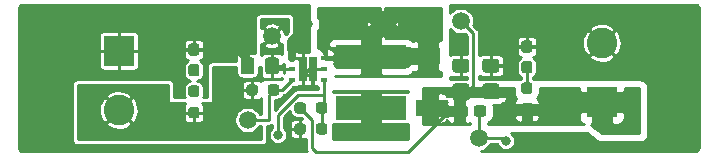
<source format=gtl>
%TF.GenerationSoftware,KiCad,Pcbnew,(5.1.10)-1*%
%TF.CreationDate,2021-10-10T23:42:33-04:00*%
%TF.ProjectId,BoostConverter,426f6f73-7443-46f6-9e76-65727465722e,rev?*%
%TF.SameCoordinates,Original*%
%TF.FileFunction,Copper,L1,Top*%
%TF.FilePolarity,Positive*%
%FSLAX46Y46*%
G04 Gerber Fmt 4.6, Leading zero omitted, Abs format (unit mm)*
G04 Created by KiCad (PCBNEW (5.1.10)-1) date 2021-10-10 23:42:33*
%MOMM*%
%LPD*%
G01*
G04 APERTURE LIST*
%TA.AperFunction,SMDPad,CuDef*%
%ADD10R,0.800000X1.050000*%
%TD*%
%TA.AperFunction,SMDPad,CuDef*%
%ADD11R,0.630000X0.450000*%
%TD*%
%TA.AperFunction,SMDPad,CuDef*%
%ADD12C,1.500000*%
%TD*%
%TA.AperFunction,SMDPad,CuDef*%
%ADD13R,5.994400X2.006600*%
%TD*%
%TA.AperFunction,ComponentPad*%
%ADD14C,2.600000*%
%TD*%
%TA.AperFunction,ComponentPad*%
%ADD15R,2.600000X2.600000*%
%TD*%
%TA.AperFunction,SMDPad,CuDef*%
%ADD16R,2.108200X1.422400*%
%TD*%
%TA.AperFunction,ViaPad*%
%ADD17C,0.800000*%
%TD*%
%TA.AperFunction,Conductor*%
%ADD18C,0.250000*%
%TD*%
%TA.AperFunction,Conductor*%
%ADD19C,0.635000*%
%TD*%
%TA.AperFunction,Conductor*%
%ADD20C,0.254000*%
%TD*%
%TA.AperFunction,Conductor*%
%ADD21C,0.100000*%
%TD*%
G04 APERTURE END LIST*
%TO.P,C1,2*%
%TO.N,GND*%
%TA.AperFunction,SMDPad,CuDef*%
G36*
G01*
X152204000Y-101633000D02*
X152204000Y-102583000D01*
G75*
G02*
X151954000Y-102833000I-250000J0D01*
G01*
X151279000Y-102833000D01*
G75*
G02*
X151029000Y-102583000I0J250000D01*
G01*
X151029000Y-101633000D01*
G75*
G02*
X151279000Y-101383000I250000J0D01*
G01*
X151954000Y-101383000D01*
G75*
G02*
X152204000Y-101633000I0J-250000D01*
G01*
G37*
%TD.AperFunction*%
%TO.P,C1,1*%
%TO.N,VBUS*%
%TA.AperFunction,SMDPad,CuDef*%
G36*
G01*
X154279000Y-101633000D02*
X154279000Y-102583000D01*
G75*
G02*
X154029000Y-102833000I-250000J0D01*
G01*
X153354000Y-102833000D01*
G75*
G02*
X153104000Y-102583000I0J250000D01*
G01*
X153104000Y-101633000D01*
G75*
G02*
X153354000Y-101383000I250000J0D01*
G01*
X154029000Y-101383000D01*
G75*
G02*
X154279000Y-101633000I0J-250000D01*
G01*
G37*
%TD.AperFunction*%
%TD*%
D10*
%TO.P,U1,7*%
%TO.N,GND*%
X156318000Y-101837000D03*
X156318000Y-102887000D03*
X157118000Y-101837000D03*
X157118000Y-102887000D03*
D11*
%TO.P,U1,6*%
%TO.N,Net-(D2-Pad2)*%
X158058000Y-101412000D03*
%TO.P,U1,5*%
%TO.N,GND*%
X158058000Y-102362000D03*
%TO.P,U1,4*%
%TO.N,/FB*%
X158058000Y-103312000D03*
%TO.P,U1,3*%
%TO.N,Net-(R2-Pad2)*%
X155378000Y-103312000D03*
%TO.P,U1,2*%
%TO.N,VBUS*%
X155378000Y-102362000D03*
%TO.P,U1,1*%
%TO.N,GND*%
X155378000Y-101412000D03*
%TD*%
D12*
%TO.P,TP5,1*%
%TO.N,VCC*%
X169672000Y-98298000D03*
%TD*%
%TO.P,TP4,1*%
%TO.N,/FB*%
X171196000Y-108204000D03*
%TD*%
%TO.P,TP3,1*%
%TO.N,Net-(D2-Pad2)*%
X163068000Y-98552000D03*
%TD*%
%TO.P,TP2,1*%
%TO.N,Net-(R2-Pad2)*%
X151638000Y-106680000D03*
%TD*%
%TO.P,TP1,1*%
%TO.N,VBUS*%
X153670000Y-99568000D03*
%TD*%
%TO.P,R5,2*%
%TO.N,Net-(D3-Pad2)*%
%TA.AperFunction,SMDPad,CuDef*%
G36*
G01*
X175497500Y-104477000D02*
X175022500Y-104477000D01*
G75*
G02*
X174785000Y-104239500I0J237500D01*
G01*
X174785000Y-103739500D01*
G75*
G02*
X175022500Y-103502000I237500J0D01*
G01*
X175497500Y-103502000D01*
G75*
G02*
X175735000Y-103739500I0J-237500D01*
G01*
X175735000Y-104239500D01*
G75*
G02*
X175497500Y-104477000I-237500J0D01*
G01*
G37*
%TD.AperFunction*%
%TO.P,R5,1*%
%TO.N,VCC*%
%TA.AperFunction,SMDPad,CuDef*%
G36*
G01*
X175497500Y-106302000D02*
X175022500Y-106302000D01*
G75*
G02*
X174785000Y-106064500I0J237500D01*
G01*
X174785000Y-105564500D01*
G75*
G02*
X175022500Y-105327000I237500J0D01*
G01*
X175497500Y-105327000D01*
G75*
G02*
X175735000Y-105564500I0J-237500D01*
G01*
X175735000Y-106064500D01*
G75*
G02*
X175497500Y-106302000I-237500J0D01*
G01*
G37*
%TD.AperFunction*%
%TD*%
%TO.P,R4,2*%
%TO.N,GND*%
%TA.AperFunction,SMDPad,CuDef*%
G36*
G01*
X156547000Y-107204500D02*
X156547000Y-107679500D01*
G75*
G02*
X156309500Y-107917000I-237500J0D01*
G01*
X155809500Y-107917000D01*
G75*
G02*
X155572000Y-107679500I0J237500D01*
G01*
X155572000Y-107204500D01*
G75*
G02*
X155809500Y-106967000I237500J0D01*
G01*
X156309500Y-106967000D01*
G75*
G02*
X156547000Y-107204500I0J-237500D01*
G01*
G37*
%TD.AperFunction*%
%TO.P,R4,1*%
%TO.N,/FB*%
%TA.AperFunction,SMDPad,CuDef*%
G36*
G01*
X158372000Y-107204500D02*
X158372000Y-107679500D01*
G75*
G02*
X158134500Y-107917000I-237500J0D01*
G01*
X157634500Y-107917000D01*
G75*
G02*
X157397000Y-107679500I0J237500D01*
G01*
X157397000Y-107204500D01*
G75*
G02*
X157634500Y-106967000I237500J0D01*
G01*
X158134500Y-106967000D01*
G75*
G02*
X158372000Y-107204500I0J-237500D01*
G01*
G37*
%TD.AperFunction*%
%TD*%
%TO.P,R3,2*%
%TO.N,/FB*%
%TA.AperFunction,SMDPad,CuDef*%
G36*
G01*
X157397000Y-105901500D02*
X157397000Y-105426500D01*
G75*
G02*
X157634500Y-105189000I237500J0D01*
G01*
X158134500Y-105189000D01*
G75*
G02*
X158372000Y-105426500I0J-237500D01*
G01*
X158372000Y-105901500D01*
G75*
G02*
X158134500Y-106139000I-237500J0D01*
G01*
X157634500Y-106139000D01*
G75*
G02*
X157397000Y-105901500I0J237500D01*
G01*
G37*
%TD.AperFunction*%
%TO.P,R3,1*%
%TO.N,VCC*%
%TA.AperFunction,SMDPad,CuDef*%
G36*
G01*
X155572000Y-105901500D02*
X155572000Y-105426500D01*
G75*
G02*
X155809500Y-105189000I237500J0D01*
G01*
X156309500Y-105189000D01*
G75*
G02*
X156547000Y-105426500I0J-237500D01*
G01*
X156547000Y-105901500D01*
G75*
G02*
X156309500Y-106139000I-237500J0D01*
G01*
X155809500Y-106139000D01*
G75*
G02*
X155572000Y-105901500I0J237500D01*
G01*
G37*
%TD.AperFunction*%
%TD*%
%TO.P,R2,2*%
%TO.N,Net-(R2-Pad2)*%
%TA.AperFunction,SMDPad,CuDef*%
G36*
G01*
X153333000Y-104377500D02*
X153333000Y-103902500D01*
G75*
G02*
X153570500Y-103665000I237500J0D01*
G01*
X154070500Y-103665000D01*
G75*
G02*
X154308000Y-103902500I0J-237500D01*
G01*
X154308000Y-104377500D01*
G75*
G02*
X154070500Y-104615000I-237500J0D01*
G01*
X153570500Y-104615000D01*
G75*
G02*
X153333000Y-104377500I0J237500D01*
G01*
G37*
%TD.AperFunction*%
%TO.P,R2,1*%
%TO.N,VBUS*%
%TA.AperFunction,SMDPad,CuDef*%
G36*
G01*
X151508000Y-104377500D02*
X151508000Y-103902500D01*
G75*
G02*
X151745500Y-103665000I237500J0D01*
G01*
X152245500Y-103665000D01*
G75*
G02*
X152483000Y-103902500I0J-237500D01*
G01*
X152483000Y-104377500D01*
G75*
G02*
X152245500Y-104615000I-237500J0D01*
G01*
X151745500Y-104615000D01*
G75*
G02*
X151508000Y-104377500I0J237500D01*
G01*
G37*
%TD.AperFunction*%
%TD*%
%TO.P,R1,2*%
%TO.N,Net-(D1-Pad2)*%
%TA.AperFunction,SMDPad,CuDef*%
G36*
G01*
X147303500Y-104731000D02*
X146828500Y-104731000D01*
G75*
G02*
X146591000Y-104493500I0J237500D01*
G01*
X146591000Y-103993500D01*
G75*
G02*
X146828500Y-103756000I237500J0D01*
G01*
X147303500Y-103756000D01*
G75*
G02*
X147541000Y-103993500I0J-237500D01*
G01*
X147541000Y-104493500D01*
G75*
G02*
X147303500Y-104731000I-237500J0D01*
G01*
G37*
%TD.AperFunction*%
%TO.P,R1,1*%
%TO.N,VBUS*%
%TA.AperFunction,SMDPad,CuDef*%
G36*
G01*
X147303500Y-106556000D02*
X146828500Y-106556000D01*
G75*
G02*
X146591000Y-106318500I0J237500D01*
G01*
X146591000Y-105818500D01*
G75*
G02*
X146828500Y-105581000I237500J0D01*
G01*
X147303500Y-105581000D01*
G75*
G02*
X147541000Y-105818500I0J-237500D01*
G01*
X147541000Y-106318500D01*
G75*
G02*
X147303500Y-106556000I-237500J0D01*
G01*
G37*
%TD.AperFunction*%
%TD*%
D13*
%TO.P,L1,2*%
%TO.N,Net-(D2-Pad2)*%
X162052000Y-101346000D03*
%TO.P,L1,1*%
%TO.N,VBUS*%
X162052000Y-105664000D03*
%TD*%
D14*
%TO.P,J2,2*%
%TO.N,GND*%
X181610000Y-100156000D03*
D15*
%TO.P,J2,1*%
%TO.N,VCC*%
X181610000Y-105156000D03*
%TD*%
D14*
%TO.P,J1,2*%
%TO.N,VBUS*%
X140716000Y-105838000D03*
D15*
%TO.P,J1,1*%
%TO.N,GND*%
X140716000Y-100838000D03*
%TD*%
%TO.P,D3,2*%
%TO.N,Net-(D3-Pad2)*%
%TA.AperFunction,SMDPad,CuDef*%
G36*
G01*
X175022500Y-101696000D02*
X175497500Y-101696000D01*
G75*
G02*
X175735000Y-101933500I0J-237500D01*
G01*
X175735000Y-102508500D01*
G75*
G02*
X175497500Y-102746000I-237500J0D01*
G01*
X175022500Y-102746000D01*
G75*
G02*
X174785000Y-102508500I0J237500D01*
G01*
X174785000Y-101933500D01*
G75*
G02*
X175022500Y-101696000I237500J0D01*
G01*
G37*
%TD.AperFunction*%
%TO.P,D3,1*%
%TO.N,GND*%
%TA.AperFunction,SMDPad,CuDef*%
G36*
G01*
X175022500Y-99946000D02*
X175497500Y-99946000D01*
G75*
G02*
X175735000Y-100183500I0J-237500D01*
G01*
X175735000Y-100758500D01*
G75*
G02*
X175497500Y-100996000I-237500J0D01*
G01*
X175022500Y-100996000D01*
G75*
G02*
X174785000Y-100758500I0J237500D01*
G01*
X174785000Y-100183500D01*
G75*
G02*
X175022500Y-99946000I237500J0D01*
G01*
G37*
%TD.AperFunction*%
%TD*%
D16*
%TO.P,D2,2*%
%TO.N,Net-(D2-Pad2)*%
X166878000Y-101264720D03*
%TO.P,D2,1*%
%TO.N,VCC*%
X166878000Y-105664000D03*
%TD*%
%TO.P,D1,2*%
%TO.N,Net-(D1-Pad2)*%
%TA.AperFunction,SMDPad,CuDef*%
G36*
G01*
X146828500Y-101950000D02*
X147303500Y-101950000D01*
G75*
G02*
X147541000Y-102187500I0J-237500D01*
G01*
X147541000Y-102762500D01*
G75*
G02*
X147303500Y-103000000I-237500J0D01*
G01*
X146828500Y-103000000D01*
G75*
G02*
X146591000Y-102762500I0J237500D01*
G01*
X146591000Y-102187500D01*
G75*
G02*
X146828500Y-101950000I237500J0D01*
G01*
G37*
%TD.AperFunction*%
%TO.P,D1,1*%
%TO.N,GND*%
%TA.AperFunction,SMDPad,CuDef*%
G36*
G01*
X146828500Y-100200000D02*
X147303500Y-100200000D01*
G75*
G02*
X147541000Y-100437500I0J-237500D01*
G01*
X147541000Y-101012500D01*
G75*
G02*
X147303500Y-101250000I-237500J0D01*
G01*
X146828500Y-101250000D01*
G75*
G02*
X146591000Y-101012500I0J237500D01*
G01*
X146591000Y-100437500D01*
G75*
G02*
X146828500Y-100200000I237500J0D01*
G01*
G37*
%TD.AperFunction*%
%TD*%
%TO.P,C4,2*%
%TO.N,GND*%
%TA.AperFunction,SMDPad,CuDef*%
G36*
G01*
X172687000Y-102674000D02*
X171737000Y-102674000D01*
G75*
G02*
X171487000Y-102424000I0J250000D01*
G01*
X171487000Y-101749000D01*
G75*
G02*
X171737000Y-101499000I250000J0D01*
G01*
X172687000Y-101499000D01*
G75*
G02*
X172937000Y-101749000I0J-250000D01*
G01*
X172937000Y-102424000D01*
G75*
G02*
X172687000Y-102674000I-250000J0D01*
G01*
G37*
%TD.AperFunction*%
%TO.P,C4,1*%
%TO.N,VCC*%
%TA.AperFunction,SMDPad,CuDef*%
G36*
G01*
X172687000Y-104749000D02*
X171737000Y-104749000D01*
G75*
G02*
X171487000Y-104499000I0J250000D01*
G01*
X171487000Y-103824000D01*
G75*
G02*
X171737000Y-103574000I250000J0D01*
G01*
X172687000Y-103574000D01*
G75*
G02*
X172937000Y-103824000I0J-250000D01*
G01*
X172937000Y-104499000D01*
G75*
G02*
X172687000Y-104749000I-250000J0D01*
G01*
G37*
%TD.AperFunction*%
%TD*%
%TO.P,C3,2*%
%TO.N,GND*%
%TA.AperFunction,SMDPad,CuDef*%
G36*
G01*
X170147000Y-102674000D02*
X169197000Y-102674000D01*
G75*
G02*
X168947000Y-102424000I0J250000D01*
G01*
X168947000Y-101749000D01*
G75*
G02*
X169197000Y-101499000I250000J0D01*
G01*
X170147000Y-101499000D01*
G75*
G02*
X170397000Y-101749000I0J-250000D01*
G01*
X170397000Y-102424000D01*
G75*
G02*
X170147000Y-102674000I-250000J0D01*
G01*
G37*
%TD.AperFunction*%
%TO.P,C3,1*%
%TO.N,VCC*%
%TA.AperFunction,SMDPad,CuDef*%
G36*
G01*
X170147000Y-104749000D02*
X169197000Y-104749000D01*
G75*
G02*
X168947000Y-104499000I0J250000D01*
G01*
X168947000Y-103824000D01*
G75*
G02*
X169197000Y-103574000I250000J0D01*
G01*
X170147000Y-103574000D01*
G75*
G02*
X170397000Y-103824000I0J-250000D01*
G01*
X170397000Y-104499000D01*
G75*
G02*
X170147000Y-104749000I-250000J0D01*
G01*
G37*
%TD.AperFunction*%
%TD*%
%TO.P,C2,2*%
%TO.N,VCC*%
%TA.AperFunction,SMDPad,CuDef*%
G36*
G01*
X170109000Y-105680500D02*
X170109000Y-106155500D01*
G75*
G02*
X169871500Y-106393000I-237500J0D01*
G01*
X169271500Y-106393000D01*
G75*
G02*
X169034000Y-106155500I0J237500D01*
G01*
X169034000Y-105680500D01*
G75*
G02*
X169271500Y-105443000I237500J0D01*
G01*
X169871500Y-105443000D01*
G75*
G02*
X170109000Y-105680500I0J-237500D01*
G01*
G37*
%TD.AperFunction*%
%TO.P,C2,1*%
%TO.N,/FB*%
%TA.AperFunction,SMDPad,CuDef*%
G36*
G01*
X171834000Y-105680500D02*
X171834000Y-106155500D01*
G75*
G02*
X171596500Y-106393000I-237500J0D01*
G01*
X170996500Y-106393000D01*
G75*
G02*
X170759000Y-106155500I0J237500D01*
G01*
X170759000Y-105680500D01*
G75*
G02*
X170996500Y-105443000I237500J0D01*
G01*
X171596500Y-105443000D01*
G75*
G02*
X171834000Y-105680500I0J-237500D01*
G01*
G37*
%TD.AperFunction*%
%TD*%
D17*
%TO.N,GND*%
X150622000Y-100584000D03*
X156718000Y-98552000D03*
%TO.N,VBUS*%
X160020000Y-107950000D03*
X161290000Y-107950000D03*
X162560000Y-107950000D03*
X163830000Y-107950000D03*
%TO.N,/FB*%
X173482000Y-108458000D03*
X154178000Y-107950000D03*
%TD*%
D18*
%TO.N,GND*%
X156843000Y-102362000D02*
X156318000Y-102887000D01*
X158058000Y-102362000D02*
X156843000Y-102362000D01*
D19*
X151616500Y-101578500D02*
X150622000Y-100584000D01*
X151616500Y-102108000D02*
X151616500Y-101578500D01*
X155378000Y-99892000D02*
X156718000Y-98552000D01*
X155378000Y-101412000D02*
X155378000Y-99892000D01*
D18*
X157118000Y-102887000D02*
X157118000Y-101837000D01*
X156318000Y-102887000D02*
X156318000Y-101837000D01*
X155893000Y-101412000D02*
X155378000Y-101412000D01*
X156318000Y-101837000D02*
X155893000Y-101412000D01*
%TO.N,VBUS*%
X153945500Y-102362000D02*
X153691500Y-102108000D01*
X155378000Y-102362000D02*
X153945500Y-102362000D01*
%TO.N,VCC*%
X170722010Y-99348010D02*
X169672000Y-98298000D01*
X170722010Y-103836490D02*
X170722010Y-99348010D01*
X170397000Y-104161500D02*
X170722010Y-103836490D01*
X169672000Y-104161500D02*
X170397000Y-104161500D01*
X168656000Y-105918000D02*
X169571500Y-105918000D01*
X165196010Y-109377990D02*
X168656000Y-105918000D01*
X157383990Y-109377990D02*
X165196010Y-109377990D01*
X157071990Y-109065990D02*
X157383990Y-109377990D01*
X157071990Y-106676490D02*
X157071990Y-109065990D01*
X156059500Y-105664000D02*
X157071990Y-106676490D01*
%TO.N,/FB*%
X171196000Y-106018500D02*
X171296500Y-105918000D01*
X171196000Y-108204000D02*
X171196000Y-106018500D01*
X173228000Y-108204000D02*
X173482000Y-108458000D01*
X171196000Y-108204000D02*
X173228000Y-108204000D01*
X158058000Y-105490500D02*
X157884500Y-105664000D01*
X157884500Y-105664000D02*
X157884500Y-107442000D01*
X154178000Y-106262490D02*
X154178000Y-107950000D01*
X155862490Y-104578000D02*
X154178000Y-106262490D01*
X158058000Y-104578000D02*
X155862490Y-104578000D01*
X158058000Y-103312000D02*
X158058000Y-104578000D01*
X158058000Y-104578000D02*
X158058000Y-105490500D01*
%TO.N,Net-(D3-Pad2)*%
X175260000Y-102221000D02*
X175260000Y-103989500D01*
%TO.N,Net-(R2-Pad2)*%
X151638000Y-106680000D02*
X153416000Y-106680000D01*
X153416000Y-104544500D02*
X153820500Y-104140000D01*
X153416000Y-106680000D02*
X153416000Y-104544500D01*
X154550000Y-104140000D02*
X155378000Y-103312000D01*
X153820500Y-104140000D02*
X154550000Y-104140000D01*
%TD*%
D20*
%TO.N,Net-(D2-Pad2)*%
X162756185Y-97359130D02*
X163068000Y-97670945D01*
X163379815Y-97359130D01*
X163295925Y-97180000D01*
X168021000Y-97180000D01*
X168021000Y-99923850D01*
X167924715Y-99915491D01*
X167798750Y-99918520D01*
X167640000Y-100077270D01*
X167640000Y-100680520D01*
X167660000Y-100680520D01*
X167660000Y-101848920D01*
X167640000Y-101848920D01*
X167640000Y-102452170D01*
X167798750Y-102610920D01*
X167924715Y-102613949D01*
X168021000Y-102605590D01*
X168021000Y-102997000D01*
X159002208Y-102997000D01*
X159000735Y-102982047D01*
X159054800Y-102987372D01*
X161131250Y-102984300D01*
X161290000Y-102825550D01*
X161290000Y-102108000D01*
X162814000Y-102108000D01*
X162814000Y-102825550D01*
X162972750Y-102984300D01*
X165049200Y-102987372D01*
X165173682Y-102975112D01*
X165293380Y-102938802D01*
X165403694Y-102879837D01*
X165500385Y-102800485D01*
X165579737Y-102703794D01*
X165638702Y-102593480D01*
X165641521Y-102584188D01*
X165706669Y-102603130D01*
X165831285Y-102613949D01*
X165957250Y-102610920D01*
X166116000Y-102452170D01*
X166116000Y-101848920D01*
X165347650Y-101848920D01*
X165188900Y-102007670D01*
X165199571Y-102107636D01*
X165199686Y-102108000D01*
X162814000Y-102108000D01*
X161290000Y-102108000D01*
X159008216Y-102108000D01*
X158998812Y-102012518D01*
X158962502Y-101892820D01*
X158959231Y-101886701D01*
X158995491Y-101777145D01*
X159008000Y-101668750D01*
X158849250Y-101510000D01*
X158485420Y-101510000D01*
X158373000Y-101498928D01*
X158156072Y-101498928D01*
X158156072Y-101312000D01*
X158143812Y-101187518D01*
X158107502Y-101067820D01*
X158048537Y-100957506D01*
X157969185Y-100860815D01*
X157872494Y-100781463D01*
X157870000Y-100780130D01*
X157870000Y-100710750D01*
X158246000Y-100710750D01*
X158246000Y-101314000D01*
X158849250Y-101314000D01*
X159008000Y-101155250D01*
X158995491Y-101046855D01*
X158956189Y-100928106D01*
X158894476Y-100819306D01*
X158812722Y-100724636D01*
X158714071Y-100647735D01*
X158602312Y-100591557D01*
X158481740Y-100558262D01*
X158404750Y-100552000D01*
X158246000Y-100710750D01*
X157870000Y-100710750D01*
X157711250Y-100552000D01*
X157634260Y-100558262D01*
X157607000Y-100565790D01*
X157607000Y-100342700D01*
X158416728Y-100342700D01*
X158419800Y-100425250D01*
X158578550Y-100584000D01*
X161290000Y-100584000D01*
X161290000Y-99866450D01*
X161168420Y-99744870D01*
X162756185Y-99744870D01*
X162814000Y-99868322D01*
X162814000Y-100584000D01*
X165251130Y-100584000D01*
X165347650Y-100680520D01*
X166116000Y-100680520D01*
X166116000Y-100077270D01*
X165957250Y-99918520D01*
X165831285Y-99915491D01*
X165706669Y-99926310D01*
X165586559Y-99961232D01*
X165566259Y-99971782D01*
X165500385Y-99891515D01*
X165403694Y-99812163D01*
X165293380Y-99753198D01*
X165173682Y-99716888D01*
X165049200Y-99704628D01*
X163342099Y-99707154D01*
X163068000Y-99433055D01*
X162756185Y-99744870D01*
X161168420Y-99744870D01*
X161131250Y-99707700D01*
X159054800Y-99704628D01*
X158930318Y-99716888D01*
X158810620Y-99753198D01*
X158700306Y-99812163D01*
X158603615Y-99891515D01*
X158524263Y-99988206D01*
X158465298Y-100098520D01*
X158428988Y-100218218D01*
X158416728Y-100342700D01*
X157607000Y-100342700D01*
X157607000Y-99084468D01*
X157635205Y-99042256D01*
X157713226Y-98853898D01*
X157753000Y-98653939D01*
X157753000Y-98596764D01*
X161677019Y-98596764D01*
X161695013Y-98779463D01*
X161875130Y-98863815D01*
X162186945Y-98552000D01*
X163949055Y-98552000D01*
X164260870Y-98863815D01*
X164440987Y-98779463D01*
X164458981Y-98507236D01*
X164440987Y-98324537D01*
X164260870Y-98240185D01*
X163949055Y-98552000D01*
X162186945Y-98552000D01*
X161875130Y-98240185D01*
X161695013Y-98324537D01*
X161677019Y-98596764D01*
X157753000Y-98596764D01*
X157753000Y-98450061D01*
X157713226Y-98250102D01*
X157635205Y-98061744D01*
X157607000Y-98019532D01*
X157607000Y-97180000D01*
X162840075Y-97180000D01*
X162756185Y-97359130D01*
%TA.AperFunction,Conductor*%
D21*
G36*
X162756185Y-97359130D02*
G01*
X163068000Y-97670945D01*
X163379815Y-97359130D01*
X163295925Y-97180000D01*
X168021000Y-97180000D01*
X168021000Y-99923850D01*
X167924715Y-99915491D01*
X167798750Y-99918520D01*
X167640000Y-100077270D01*
X167640000Y-100680520D01*
X167660000Y-100680520D01*
X167660000Y-101848920D01*
X167640000Y-101848920D01*
X167640000Y-102452170D01*
X167798750Y-102610920D01*
X167924715Y-102613949D01*
X168021000Y-102605590D01*
X168021000Y-102997000D01*
X159002208Y-102997000D01*
X159000735Y-102982047D01*
X159054800Y-102987372D01*
X161131250Y-102984300D01*
X161290000Y-102825550D01*
X161290000Y-102108000D01*
X162814000Y-102108000D01*
X162814000Y-102825550D01*
X162972750Y-102984300D01*
X165049200Y-102987372D01*
X165173682Y-102975112D01*
X165293380Y-102938802D01*
X165403694Y-102879837D01*
X165500385Y-102800485D01*
X165579737Y-102703794D01*
X165638702Y-102593480D01*
X165641521Y-102584188D01*
X165706669Y-102603130D01*
X165831285Y-102613949D01*
X165957250Y-102610920D01*
X166116000Y-102452170D01*
X166116000Y-101848920D01*
X165347650Y-101848920D01*
X165188900Y-102007670D01*
X165199571Y-102107636D01*
X165199686Y-102108000D01*
X162814000Y-102108000D01*
X161290000Y-102108000D01*
X159008216Y-102108000D01*
X158998812Y-102012518D01*
X158962502Y-101892820D01*
X158959231Y-101886701D01*
X158995491Y-101777145D01*
X159008000Y-101668750D01*
X158849250Y-101510000D01*
X158485420Y-101510000D01*
X158373000Y-101498928D01*
X158156072Y-101498928D01*
X158156072Y-101312000D01*
X158143812Y-101187518D01*
X158107502Y-101067820D01*
X158048537Y-100957506D01*
X157969185Y-100860815D01*
X157872494Y-100781463D01*
X157870000Y-100780130D01*
X157870000Y-100710750D01*
X158246000Y-100710750D01*
X158246000Y-101314000D01*
X158849250Y-101314000D01*
X159008000Y-101155250D01*
X158995491Y-101046855D01*
X158956189Y-100928106D01*
X158894476Y-100819306D01*
X158812722Y-100724636D01*
X158714071Y-100647735D01*
X158602312Y-100591557D01*
X158481740Y-100558262D01*
X158404750Y-100552000D01*
X158246000Y-100710750D01*
X157870000Y-100710750D01*
X157711250Y-100552000D01*
X157634260Y-100558262D01*
X157607000Y-100565790D01*
X157607000Y-100342700D01*
X158416728Y-100342700D01*
X158419800Y-100425250D01*
X158578550Y-100584000D01*
X161290000Y-100584000D01*
X161290000Y-99866450D01*
X161168420Y-99744870D01*
X162756185Y-99744870D01*
X162814000Y-99868322D01*
X162814000Y-100584000D01*
X165251130Y-100584000D01*
X165347650Y-100680520D01*
X166116000Y-100680520D01*
X166116000Y-100077270D01*
X165957250Y-99918520D01*
X165831285Y-99915491D01*
X165706669Y-99926310D01*
X165586559Y-99961232D01*
X165566259Y-99971782D01*
X165500385Y-99891515D01*
X165403694Y-99812163D01*
X165293380Y-99753198D01*
X165173682Y-99716888D01*
X165049200Y-99704628D01*
X163342099Y-99707154D01*
X163068000Y-99433055D01*
X162756185Y-99744870D01*
X161168420Y-99744870D01*
X161131250Y-99707700D01*
X159054800Y-99704628D01*
X158930318Y-99716888D01*
X158810620Y-99753198D01*
X158700306Y-99812163D01*
X158603615Y-99891515D01*
X158524263Y-99988206D01*
X158465298Y-100098520D01*
X158428988Y-100218218D01*
X158416728Y-100342700D01*
X157607000Y-100342700D01*
X157607000Y-99084468D01*
X157635205Y-99042256D01*
X157713226Y-98853898D01*
X157753000Y-98653939D01*
X157753000Y-98596764D01*
X161677019Y-98596764D01*
X161695013Y-98779463D01*
X161875130Y-98863815D01*
X162186945Y-98552000D01*
X163949055Y-98552000D01*
X164260870Y-98863815D01*
X164440987Y-98779463D01*
X164458981Y-98507236D01*
X164440987Y-98324537D01*
X164260870Y-98240185D01*
X163949055Y-98552000D01*
X162186945Y-98552000D01*
X161875130Y-98240185D01*
X161695013Y-98324537D01*
X161677019Y-98596764D01*
X157753000Y-98596764D01*
X157753000Y-98450061D01*
X157713226Y-98250102D01*
X157635205Y-98061744D01*
X157607000Y-98019532D01*
X157607000Y-97180000D01*
X162840075Y-97180000D01*
X162756185Y-97359130D01*
G37*
%TD.AperFunction*%
%TD*%
D20*
%TO.N,VBUS*%
X155067000Y-99215173D02*
X154908343Y-99373830D01*
X154881698Y-99395697D01*
X154859830Y-99422343D01*
X154859826Y-99422347D01*
X154844518Y-99441000D01*
X154794868Y-99441000D01*
X154790423Y-99377684D01*
X154731766Y-99162757D01*
X154632305Y-98963403D01*
X154596832Y-98910315D01*
X154415181Y-98840780D01*
X153687961Y-99568000D01*
X154415181Y-100295220D01*
X154559000Y-100240167D01*
X154559000Y-101123608D01*
X154549711Y-101112289D01*
X154491696Y-101064678D01*
X154425508Y-101029299D01*
X154353689Y-101007513D01*
X154279000Y-101000157D01*
X153799450Y-101002000D01*
X153704200Y-101097250D01*
X153704200Y-102095300D01*
X154564750Y-102095300D01*
X154660000Y-102000050D01*
X154660065Y-101978209D01*
X154661224Y-101978560D01*
X154686000Y-101981000D01*
X154714373Y-101981000D01*
X154709299Y-101990492D01*
X154687513Y-102062311D01*
X154680157Y-102137000D01*
X154682000Y-102254050D01*
X154777250Y-102349300D01*
X155365300Y-102349300D01*
X155365300Y-102329300D01*
X155390700Y-102329300D01*
X155390700Y-102349300D01*
X155410700Y-102349300D01*
X155410700Y-102374700D01*
X155390700Y-102374700D01*
X155390700Y-102394700D01*
X155365300Y-102394700D01*
X155365300Y-102374700D01*
X154777250Y-102374700D01*
X154682000Y-102469950D01*
X154680157Y-102587000D01*
X154687513Y-102661689D01*
X154709299Y-102733508D01*
X154714373Y-102743000D01*
X154686000Y-102743000D01*
X154661581Y-102745405D01*
X154660000Y-102215950D01*
X154564750Y-102120700D01*
X153704200Y-102120700D01*
X153704200Y-103118750D01*
X153799450Y-103214000D01*
X154279000Y-103215843D01*
X154353689Y-103208487D01*
X154425508Y-103186701D01*
X154491696Y-103151322D01*
X154549711Y-103103711D01*
X154559000Y-103092392D01*
X154559000Y-103251000D01*
X152908000Y-103251000D01*
X152883224Y-103253440D01*
X152859399Y-103260667D01*
X152837443Y-103272403D01*
X152818197Y-103288197D01*
X152802403Y-103307443D01*
X152790667Y-103329399D01*
X152783440Y-103353224D01*
X152781000Y-103378000D01*
X152781000Y-103427541D01*
X152753711Y-103394289D01*
X152695696Y-103346678D01*
X152629508Y-103311299D01*
X152557689Y-103289513D01*
X152483000Y-103282157D01*
X152103450Y-103284000D01*
X152008200Y-103379250D01*
X152008200Y-104127300D01*
X152028200Y-104127300D01*
X152028200Y-104152700D01*
X152008200Y-104152700D01*
X152008200Y-104900750D01*
X152103450Y-104996000D01*
X152483000Y-104997843D01*
X152557689Y-104990487D01*
X152629508Y-104968701D01*
X152695696Y-104933322D01*
X152753711Y-104885711D01*
X152781000Y-104852459D01*
X152781000Y-106174000D01*
X152652593Y-106174000D01*
X152640279Y-106144271D01*
X152516505Y-105959030D01*
X152358970Y-105801495D01*
X152173729Y-105677721D01*
X151967900Y-105592464D01*
X151749394Y-105549000D01*
X151526606Y-105549000D01*
X151308100Y-105592464D01*
X151102271Y-105677721D01*
X150917030Y-105801495D01*
X150759495Y-105959030D01*
X150635721Y-106144271D01*
X150550464Y-106350100D01*
X150507000Y-106568606D01*
X150507000Y-106791394D01*
X150550464Y-107009900D01*
X150635721Y-107215729D01*
X150759495Y-107400970D01*
X150917030Y-107558505D01*
X151102271Y-107682279D01*
X151308100Y-107767536D01*
X151526606Y-107811000D01*
X151749394Y-107811000D01*
X151967900Y-107767536D01*
X152173729Y-107682279D01*
X152358970Y-107558505D01*
X152516505Y-107400970D01*
X152640279Y-107215729D01*
X152652593Y-107186000D01*
X152781000Y-107186000D01*
X152781000Y-108331000D01*
X137287000Y-108331000D01*
X137287000Y-106973990D01*
X139597970Y-106973990D01*
X139733455Y-107211964D01*
X140020382Y-107377249D01*
X140334040Y-107483382D01*
X140662377Y-107526282D01*
X140992775Y-107504303D01*
X141312536Y-107418290D01*
X141609374Y-107271547D01*
X141698545Y-107211964D01*
X141834030Y-106973990D01*
X140716000Y-105855961D01*
X139597970Y-106973990D01*
X137287000Y-106973990D01*
X137287000Y-105784377D01*
X139027718Y-105784377D01*
X139049697Y-106114775D01*
X139135710Y-106434536D01*
X139282453Y-106731374D01*
X139342036Y-106820545D01*
X139580010Y-106956030D01*
X140698039Y-105838000D01*
X140733961Y-105838000D01*
X141851990Y-106956030D01*
X142089964Y-106820545D01*
X142242355Y-106556000D01*
X146208157Y-106556000D01*
X146215513Y-106630689D01*
X146237299Y-106702508D01*
X146272678Y-106768696D01*
X146320289Y-106826711D01*
X146378304Y-106874322D01*
X146444492Y-106909701D01*
X146516311Y-106931487D01*
X146591000Y-106938843D01*
X146958050Y-106937000D01*
X147053300Y-106841750D01*
X147053300Y-106081200D01*
X147078700Y-106081200D01*
X147078700Y-106841750D01*
X147173950Y-106937000D01*
X147541000Y-106938843D01*
X147615689Y-106931487D01*
X147687508Y-106909701D01*
X147753696Y-106874322D01*
X147811711Y-106826711D01*
X147859322Y-106768696D01*
X147894701Y-106702508D01*
X147916487Y-106630689D01*
X147923843Y-106556000D01*
X147922000Y-106176450D01*
X147826750Y-106081200D01*
X147078700Y-106081200D01*
X147053300Y-106081200D01*
X146305250Y-106081200D01*
X146210000Y-106176450D01*
X146208157Y-106556000D01*
X142242355Y-106556000D01*
X142255249Y-106533618D01*
X142361382Y-106219960D01*
X142404282Y-105891623D01*
X142382303Y-105561225D01*
X142296290Y-105241464D01*
X142149547Y-104944626D01*
X142089964Y-104855455D01*
X141851990Y-104719970D01*
X140733961Y-105838000D01*
X140698039Y-105838000D01*
X139580010Y-104719970D01*
X139342036Y-104855455D01*
X139176751Y-105142382D01*
X139070618Y-105456040D01*
X139027718Y-105784377D01*
X137287000Y-105784377D01*
X137287000Y-104702010D01*
X139597970Y-104702010D01*
X140716000Y-105820039D01*
X141834030Y-104702010D01*
X141698545Y-104464036D01*
X141411618Y-104298751D01*
X141097960Y-104192618D01*
X140769623Y-104149718D01*
X140439225Y-104171697D01*
X140119464Y-104257710D01*
X139822626Y-104404453D01*
X139733455Y-104464036D01*
X139597970Y-104702010D01*
X137287000Y-104702010D01*
X137287000Y-103759000D01*
X144907000Y-103759000D01*
X144907000Y-105156000D01*
X144909440Y-105180776D01*
X144916667Y-105204601D01*
X144928403Y-105226557D01*
X144944197Y-105245803D01*
X144963443Y-105261597D01*
X144985399Y-105273333D01*
X145009224Y-105280560D01*
X145034000Y-105283000D01*
X146353541Y-105283000D01*
X146320289Y-105310289D01*
X146272678Y-105368304D01*
X146237299Y-105434492D01*
X146215513Y-105506311D01*
X146208157Y-105581000D01*
X146210000Y-105960550D01*
X146305250Y-106055800D01*
X147053300Y-106055800D01*
X147053300Y-106035800D01*
X147078700Y-106035800D01*
X147078700Y-106055800D01*
X147826750Y-106055800D01*
X147922000Y-105960550D01*
X147923843Y-105581000D01*
X147916487Y-105506311D01*
X147894701Y-105434492D01*
X147859322Y-105368304D01*
X147811711Y-105310289D01*
X147778459Y-105283000D01*
X148590000Y-105283000D01*
X148614776Y-105280560D01*
X148638601Y-105273333D01*
X148660557Y-105261597D01*
X148679803Y-105245803D01*
X148695597Y-105226557D01*
X148707333Y-105204601D01*
X148714560Y-105180776D01*
X148717000Y-105156000D01*
X148717000Y-104615000D01*
X151125157Y-104615000D01*
X151132513Y-104689689D01*
X151154299Y-104761508D01*
X151189678Y-104827696D01*
X151237289Y-104885711D01*
X151295304Y-104933322D01*
X151361492Y-104968701D01*
X151433311Y-104990487D01*
X151508000Y-104997843D01*
X151887550Y-104996000D01*
X151982800Y-104900750D01*
X151982800Y-104152700D01*
X151222250Y-104152700D01*
X151127000Y-104247950D01*
X151125157Y-104615000D01*
X148717000Y-104615000D01*
X148717000Y-103665000D01*
X151125157Y-103665000D01*
X151127000Y-104032050D01*
X151222250Y-104127300D01*
X151982800Y-104127300D01*
X151982800Y-103379250D01*
X151887550Y-103284000D01*
X151508000Y-103282157D01*
X151433311Y-103289513D01*
X151361492Y-103311299D01*
X151295304Y-103346678D01*
X151237289Y-103394289D01*
X151189678Y-103452304D01*
X151154299Y-103518492D01*
X151132513Y-103590311D01*
X151125157Y-103665000D01*
X148717000Y-103665000D01*
X148717000Y-102235000D01*
X150646157Y-102235000D01*
X150646157Y-102583000D01*
X150658317Y-102706462D01*
X150694329Y-102825179D01*
X150752810Y-102934589D01*
X150831512Y-103030488D01*
X150927411Y-103109190D01*
X151036821Y-103167671D01*
X151155538Y-103203683D01*
X151279000Y-103215843D01*
X151954000Y-103215843D01*
X152077462Y-103203683D01*
X152196179Y-103167671D01*
X152305589Y-103109190D01*
X152401488Y-103030488D01*
X152480190Y-102934589D01*
X152538671Y-102825179D01*
X152574683Y-102706462D01*
X152586843Y-102583000D01*
X152586843Y-102235000D01*
X152654000Y-102235000D01*
X152678776Y-102232560D01*
X152702601Y-102225333D01*
X152724557Y-102213597D01*
X152728995Y-102209955D01*
X152723000Y-102215950D01*
X152721157Y-102833000D01*
X152728513Y-102907689D01*
X152750299Y-102979508D01*
X152785678Y-103045696D01*
X152833289Y-103103711D01*
X152891304Y-103151322D01*
X152957492Y-103186701D01*
X153029311Y-103208487D01*
X153104000Y-103215843D01*
X153583550Y-103214000D01*
X153678800Y-103118750D01*
X153678800Y-102120700D01*
X153658800Y-102120700D01*
X153658800Y-102095300D01*
X153678800Y-102095300D01*
X153678800Y-101097250D01*
X153583550Y-101002000D01*
X153104000Y-101000157D01*
X153029311Y-101007513D01*
X152957492Y-101029299D01*
X152891304Y-101064678D01*
X152833289Y-101112289D01*
X152785678Y-101170304D01*
X152781000Y-101179056D01*
X152781000Y-100313181D01*
X152942780Y-100313181D01*
X153012315Y-100494832D01*
X153205768Y-100605332D01*
X153417062Y-100675967D01*
X153638076Y-100704024D01*
X153860316Y-100688423D01*
X154075243Y-100629766D01*
X154274597Y-100530305D01*
X154327685Y-100494832D01*
X154397220Y-100313181D01*
X153670000Y-99585961D01*
X152942780Y-100313181D01*
X152781000Y-100313181D01*
X152781000Y-100240167D01*
X152924819Y-100295220D01*
X153652039Y-99568000D01*
X152924819Y-98840780D01*
X152781000Y-98895833D01*
X152781000Y-98822819D01*
X152942780Y-98822819D01*
X153670000Y-99550039D01*
X154397220Y-98822819D01*
X154327685Y-98641168D01*
X154134232Y-98530668D01*
X153922938Y-98460033D01*
X153701924Y-98431976D01*
X153479684Y-98447577D01*
X153264757Y-98506234D01*
X153065403Y-98605695D01*
X153012315Y-98641168D01*
X152942780Y-98822819D01*
X152781000Y-98822819D01*
X152781000Y-98171000D01*
X155067000Y-98171000D01*
X155067000Y-99215173D01*
%TA.AperFunction,Conductor*%
D21*
G36*
X155067000Y-99215173D02*
G01*
X154908343Y-99373830D01*
X154881698Y-99395697D01*
X154859830Y-99422343D01*
X154859826Y-99422347D01*
X154844518Y-99441000D01*
X154794868Y-99441000D01*
X154790423Y-99377684D01*
X154731766Y-99162757D01*
X154632305Y-98963403D01*
X154596832Y-98910315D01*
X154415181Y-98840780D01*
X153687961Y-99568000D01*
X154415181Y-100295220D01*
X154559000Y-100240167D01*
X154559000Y-101123608D01*
X154549711Y-101112289D01*
X154491696Y-101064678D01*
X154425508Y-101029299D01*
X154353689Y-101007513D01*
X154279000Y-101000157D01*
X153799450Y-101002000D01*
X153704200Y-101097250D01*
X153704200Y-102095300D01*
X154564750Y-102095300D01*
X154660000Y-102000050D01*
X154660065Y-101978209D01*
X154661224Y-101978560D01*
X154686000Y-101981000D01*
X154714373Y-101981000D01*
X154709299Y-101990492D01*
X154687513Y-102062311D01*
X154680157Y-102137000D01*
X154682000Y-102254050D01*
X154777250Y-102349300D01*
X155365300Y-102349300D01*
X155365300Y-102329300D01*
X155390700Y-102329300D01*
X155390700Y-102349300D01*
X155410700Y-102349300D01*
X155410700Y-102374700D01*
X155390700Y-102374700D01*
X155390700Y-102394700D01*
X155365300Y-102394700D01*
X155365300Y-102374700D01*
X154777250Y-102374700D01*
X154682000Y-102469950D01*
X154680157Y-102587000D01*
X154687513Y-102661689D01*
X154709299Y-102733508D01*
X154714373Y-102743000D01*
X154686000Y-102743000D01*
X154661581Y-102745405D01*
X154660000Y-102215950D01*
X154564750Y-102120700D01*
X153704200Y-102120700D01*
X153704200Y-103118750D01*
X153799450Y-103214000D01*
X154279000Y-103215843D01*
X154353689Y-103208487D01*
X154425508Y-103186701D01*
X154491696Y-103151322D01*
X154549711Y-103103711D01*
X154559000Y-103092392D01*
X154559000Y-103251000D01*
X152908000Y-103251000D01*
X152883224Y-103253440D01*
X152859399Y-103260667D01*
X152837443Y-103272403D01*
X152818197Y-103288197D01*
X152802403Y-103307443D01*
X152790667Y-103329399D01*
X152783440Y-103353224D01*
X152781000Y-103378000D01*
X152781000Y-103427541D01*
X152753711Y-103394289D01*
X152695696Y-103346678D01*
X152629508Y-103311299D01*
X152557689Y-103289513D01*
X152483000Y-103282157D01*
X152103450Y-103284000D01*
X152008200Y-103379250D01*
X152008200Y-104127300D01*
X152028200Y-104127300D01*
X152028200Y-104152700D01*
X152008200Y-104152700D01*
X152008200Y-104900750D01*
X152103450Y-104996000D01*
X152483000Y-104997843D01*
X152557689Y-104990487D01*
X152629508Y-104968701D01*
X152695696Y-104933322D01*
X152753711Y-104885711D01*
X152781000Y-104852459D01*
X152781000Y-106174000D01*
X152652593Y-106174000D01*
X152640279Y-106144271D01*
X152516505Y-105959030D01*
X152358970Y-105801495D01*
X152173729Y-105677721D01*
X151967900Y-105592464D01*
X151749394Y-105549000D01*
X151526606Y-105549000D01*
X151308100Y-105592464D01*
X151102271Y-105677721D01*
X150917030Y-105801495D01*
X150759495Y-105959030D01*
X150635721Y-106144271D01*
X150550464Y-106350100D01*
X150507000Y-106568606D01*
X150507000Y-106791394D01*
X150550464Y-107009900D01*
X150635721Y-107215729D01*
X150759495Y-107400970D01*
X150917030Y-107558505D01*
X151102271Y-107682279D01*
X151308100Y-107767536D01*
X151526606Y-107811000D01*
X151749394Y-107811000D01*
X151967900Y-107767536D01*
X152173729Y-107682279D01*
X152358970Y-107558505D01*
X152516505Y-107400970D01*
X152640279Y-107215729D01*
X152652593Y-107186000D01*
X152781000Y-107186000D01*
X152781000Y-108331000D01*
X137287000Y-108331000D01*
X137287000Y-106973990D01*
X139597970Y-106973990D01*
X139733455Y-107211964D01*
X140020382Y-107377249D01*
X140334040Y-107483382D01*
X140662377Y-107526282D01*
X140992775Y-107504303D01*
X141312536Y-107418290D01*
X141609374Y-107271547D01*
X141698545Y-107211964D01*
X141834030Y-106973990D01*
X140716000Y-105855961D01*
X139597970Y-106973990D01*
X137287000Y-106973990D01*
X137287000Y-105784377D01*
X139027718Y-105784377D01*
X139049697Y-106114775D01*
X139135710Y-106434536D01*
X139282453Y-106731374D01*
X139342036Y-106820545D01*
X139580010Y-106956030D01*
X140698039Y-105838000D01*
X140733961Y-105838000D01*
X141851990Y-106956030D01*
X142089964Y-106820545D01*
X142242355Y-106556000D01*
X146208157Y-106556000D01*
X146215513Y-106630689D01*
X146237299Y-106702508D01*
X146272678Y-106768696D01*
X146320289Y-106826711D01*
X146378304Y-106874322D01*
X146444492Y-106909701D01*
X146516311Y-106931487D01*
X146591000Y-106938843D01*
X146958050Y-106937000D01*
X147053300Y-106841750D01*
X147053300Y-106081200D01*
X147078700Y-106081200D01*
X147078700Y-106841750D01*
X147173950Y-106937000D01*
X147541000Y-106938843D01*
X147615689Y-106931487D01*
X147687508Y-106909701D01*
X147753696Y-106874322D01*
X147811711Y-106826711D01*
X147859322Y-106768696D01*
X147894701Y-106702508D01*
X147916487Y-106630689D01*
X147923843Y-106556000D01*
X147922000Y-106176450D01*
X147826750Y-106081200D01*
X147078700Y-106081200D01*
X147053300Y-106081200D01*
X146305250Y-106081200D01*
X146210000Y-106176450D01*
X146208157Y-106556000D01*
X142242355Y-106556000D01*
X142255249Y-106533618D01*
X142361382Y-106219960D01*
X142404282Y-105891623D01*
X142382303Y-105561225D01*
X142296290Y-105241464D01*
X142149547Y-104944626D01*
X142089964Y-104855455D01*
X141851990Y-104719970D01*
X140733961Y-105838000D01*
X140698039Y-105838000D01*
X139580010Y-104719970D01*
X139342036Y-104855455D01*
X139176751Y-105142382D01*
X139070618Y-105456040D01*
X139027718Y-105784377D01*
X137287000Y-105784377D01*
X137287000Y-104702010D01*
X139597970Y-104702010D01*
X140716000Y-105820039D01*
X141834030Y-104702010D01*
X141698545Y-104464036D01*
X141411618Y-104298751D01*
X141097960Y-104192618D01*
X140769623Y-104149718D01*
X140439225Y-104171697D01*
X140119464Y-104257710D01*
X139822626Y-104404453D01*
X139733455Y-104464036D01*
X139597970Y-104702010D01*
X137287000Y-104702010D01*
X137287000Y-103759000D01*
X144907000Y-103759000D01*
X144907000Y-105156000D01*
X144909440Y-105180776D01*
X144916667Y-105204601D01*
X144928403Y-105226557D01*
X144944197Y-105245803D01*
X144963443Y-105261597D01*
X144985399Y-105273333D01*
X145009224Y-105280560D01*
X145034000Y-105283000D01*
X146353541Y-105283000D01*
X146320289Y-105310289D01*
X146272678Y-105368304D01*
X146237299Y-105434492D01*
X146215513Y-105506311D01*
X146208157Y-105581000D01*
X146210000Y-105960550D01*
X146305250Y-106055800D01*
X147053300Y-106055800D01*
X147053300Y-106035800D01*
X147078700Y-106035800D01*
X147078700Y-106055800D01*
X147826750Y-106055800D01*
X147922000Y-105960550D01*
X147923843Y-105581000D01*
X147916487Y-105506311D01*
X147894701Y-105434492D01*
X147859322Y-105368304D01*
X147811711Y-105310289D01*
X147778459Y-105283000D01*
X148590000Y-105283000D01*
X148614776Y-105280560D01*
X148638601Y-105273333D01*
X148660557Y-105261597D01*
X148679803Y-105245803D01*
X148695597Y-105226557D01*
X148707333Y-105204601D01*
X148714560Y-105180776D01*
X148717000Y-105156000D01*
X148717000Y-104615000D01*
X151125157Y-104615000D01*
X151132513Y-104689689D01*
X151154299Y-104761508D01*
X151189678Y-104827696D01*
X151237289Y-104885711D01*
X151295304Y-104933322D01*
X151361492Y-104968701D01*
X151433311Y-104990487D01*
X151508000Y-104997843D01*
X151887550Y-104996000D01*
X151982800Y-104900750D01*
X151982800Y-104152700D01*
X151222250Y-104152700D01*
X151127000Y-104247950D01*
X151125157Y-104615000D01*
X148717000Y-104615000D01*
X148717000Y-103665000D01*
X151125157Y-103665000D01*
X151127000Y-104032050D01*
X151222250Y-104127300D01*
X151982800Y-104127300D01*
X151982800Y-103379250D01*
X151887550Y-103284000D01*
X151508000Y-103282157D01*
X151433311Y-103289513D01*
X151361492Y-103311299D01*
X151295304Y-103346678D01*
X151237289Y-103394289D01*
X151189678Y-103452304D01*
X151154299Y-103518492D01*
X151132513Y-103590311D01*
X151125157Y-103665000D01*
X148717000Y-103665000D01*
X148717000Y-102235000D01*
X150646157Y-102235000D01*
X150646157Y-102583000D01*
X150658317Y-102706462D01*
X150694329Y-102825179D01*
X150752810Y-102934589D01*
X150831512Y-103030488D01*
X150927411Y-103109190D01*
X151036821Y-103167671D01*
X151155538Y-103203683D01*
X151279000Y-103215843D01*
X151954000Y-103215843D01*
X152077462Y-103203683D01*
X152196179Y-103167671D01*
X152305589Y-103109190D01*
X152401488Y-103030488D01*
X152480190Y-102934589D01*
X152538671Y-102825179D01*
X152574683Y-102706462D01*
X152586843Y-102583000D01*
X152586843Y-102235000D01*
X152654000Y-102235000D01*
X152678776Y-102232560D01*
X152702601Y-102225333D01*
X152724557Y-102213597D01*
X152728995Y-102209955D01*
X152723000Y-102215950D01*
X152721157Y-102833000D01*
X152728513Y-102907689D01*
X152750299Y-102979508D01*
X152785678Y-103045696D01*
X152833289Y-103103711D01*
X152891304Y-103151322D01*
X152957492Y-103186701D01*
X153029311Y-103208487D01*
X153104000Y-103215843D01*
X153583550Y-103214000D01*
X153678800Y-103118750D01*
X153678800Y-102120700D01*
X153658800Y-102120700D01*
X153658800Y-102095300D01*
X153678800Y-102095300D01*
X153678800Y-101097250D01*
X153583550Y-101002000D01*
X153104000Y-101000157D01*
X153029311Y-101007513D01*
X152957492Y-101029299D01*
X152891304Y-101064678D01*
X152833289Y-101112289D01*
X152785678Y-101170304D01*
X152781000Y-101179056D01*
X152781000Y-100313181D01*
X152942780Y-100313181D01*
X153012315Y-100494832D01*
X153205768Y-100605332D01*
X153417062Y-100675967D01*
X153638076Y-100704024D01*
X153860316Y-100688423D01*
X154075243Y-100629766D01*
X154274597Y-100530305D01*
X154327685Y-100494832D01*
X154397220Y-100313181D01*
X153670000Y-99585961D01*
X152942780Y-100313181D01*
X152781000Y-100313181D01*
X152781000Y-100240167D01*
X152924819Y-100295220D01*
X153652039Y-99568000D01*
X152924819Y-98840780D01*
X152781000Y-98895833D01*
X152781000Y-98822819D01*
X152942780Y-98822819D01*
X153670000Y-99550039D01*
X154397220Y-98822819D01*
X154327685Y-98641168D01*
X154134232Y-98530668D01*
X153922938Y-98460033D01*
X153701924Y-98431976D01*
X153479684Y-98447577D01*
X153264757Y-98506234D01*
X153065403Y-98605695D01*
X153012315Y-98641168D01*
X152942780Y-98822819D01*
X152781000Y-98822819D01*
X152781000Y-98171000D01*
X155067000Y-98171000D01*
X155067000Y-99215173D01*
G37*
%TD.AperFunction*%
%TD*%
D20*
%TO.N,GND*%
X189552766Y-96934689D02*
X189618919Y-96954661D01*
X189679929Y-96987102D01*
X189733477Y-97030774D01*
X189777526Y-97084020D01*
X189810386Y-97144793D01*
X189830821Y-97210809D01*
X189840001Y-97298149D01*
X189840000Y-108946148D01*
X189831311Y-109034766D01*
X189811337Y-109100923D01*
X189778900Y-109161928D01*
X189735225Y-109215478D01*
X189681982Y-109259525D01*
X189621205Y-109292387D01*
X189555191Y-109312821D01*
X189467861Y-109322000D01*
X171372749Y-109322000D01*
X171525900Y-109291536D01*
X171731729Y-109206279D01*
X171916970Y-109082505D01*
X172074505Y-108924970D01*
X172198279Y-108739729D01*
X172210593Y-108710000D01*
X172741033Y-108710000D01*
X172789887Y-108827942D01*
X172875358Y-108955859D01*
X172984141Y-109064642D01*
X173112058Y-109150113D01*
X173254191Y-109208987D01*
X173405078Y-109239000D01*
X173558922Y-109239000D01*
X173709809Y-109208987D01*
X173851942Y-109150113D01*
X173979859Y-109064642D01*
X174088642Y-108955859D01*
X174174113Y-108827942D01*
X174232987Y-108685809D01*
X174263000Y-108534922D01*
X174263000Y-108381078D01*
X174232987Y-108230191D01*
X174174113Y-108088058D01*
X174088642Y-107960141D01*
X173979859Y-107851358D01*
X173937418Y-107823000D01*
X180382333Y-107823000D01*
X181229000Y-108458000D01*
X181366996Y-108536664D01*
X181486118Y-108572799D01*
X181610000Y-108585000D01*
X184912000Y-108585000D01*
X185035882Y-108572799D01*
X185155004Y-108536664D01*
X185264787Y-108477983D01*
X185361013Y-108399013D01*
X185439983Y-108302787D01*
X185498664Y-108193004D01*
X185534799Y-108073882D01*
X185547000Y-107950000D01*
X185547000Y-103886000D01*
X185534799Y-103762118D01*
X185498664Y-103642996D01*
X185439983Y-103533213D01*
X185361013Y-103436987D01*
X185264787Y-103358017D01*
X185155004Y-103299336D01*
X185035882Y-103263201D01*
X184912000Y-103251000D01*
X175875405Y-103251000D01*
X175842144Y-103223704D01*
X175766000Y-103183004D01*
X175766000Y-103064996D01*
X175842144Y-103024296D01*
X175936149Y-102947149D01*
X176013296Y-102853144D01*
X176070622Y-102745895D01*
X176105923Y-102629523D01*
X176117843Y-102508500D01*
X176117843Y-101933500D01*
X176105923Y-101812477D01*
X176070622Y-101696105D01*
X176013296Y-101588856D01*
X175936149Y-101494851D01*
X175842144Y-101417704D01*
X175764082Y-101375979D01*
X175809689Y-101371487D01*
X175881508Y-101349701D01*
X175947696Y-101314322D01*
X175974908Y-101291990D01*
X180491970Y-101291990D01*
X180627455Y-101529964D01*
X180914382Y-101695249D01*
X181228040Y-101801382D01*
X181556377Y-101844282D01*
X181886775Y-101822303D01*
X182206536Y-101736290D01*
X182503374Y-101589547D01*
X182592545Y-101529964D01*
X182728030Y-101291990D01*
X181610000Y-100173961D01*
X180491970Y-101291990D01*
X175974908Y-101291990D01*
X176005711Y-101266711D01*
X176053322Y-101208696D01*
X176088701Y-101142508D01*
X176110487Y-101070689D01*
X176117843Y-100996000D01*
X176116000Y-100578950D01*
X176020750Y-100483700D01*
X175272700Y-100483700D01*
X175272700Y-100503700D01*
X175247300Y-100503700D01*
X175247300Y-100483700D01*
X174499250Y-100483700D01*
X174404000Y-100578950D01*
X174402157Y-100996000D01*
X174409513Y-101070689D01*
X174431299Y-101142508D01*
X174466678Y-101208696D01*
X174514289Y-101266711D01*
X174572304Y-101314322D01*
X174638492Y-101349701D01*
X174710311Y-101371487D01*
X174755918Y-101375979D01*
X174677856Y-101417704D01*
X174583851Y-101494851D01*
X174506704Y-101588856D01*
X174449378Y-101696105D01*
X174414077Y-101812477D01*
X174402157Y-101933500D01*
X174402157Y-102508500D01*
X174414077Y-102629523D01*
X174449378Y-102745895D01*
X174506704Y-102853144D01*
X174583851Y-102947149D01*
X174677856Y-103024296D01*
X174754000Y-103064996D01*
X174754001Y-103183004D01*
X174677856Y-103223704D01*
X174644595Y-103251000D01*
X172951014Y-103251000D01*
X172929179Y-103239329D01*
X172810462Y-103203317D01*
X172687000Y-103191157D01*
X171737000Y-103191157D01*
X171613538Y-103203317D01*
X171494821Y-103239329D01*
X171472986Y-103251000D01*
X171228010Y-103251000D01*
X171228010Y-102954330D01*
X171274304Y-102992322D01*
X171340492Y-103027701D01*
X171412311Y-103049487D01*
X171487000Y-103056843D01*
X172104050Y-103055000D01*
X172199300Y-102959750D01*
X172199300Y-102099200D01*
X172224700Y-102099200D01*
X172224700Y-102959750D01*
X172319950Y-103055000D01*
X172937000Y-103056843D01*
X173011689Y-103049487D01*
X173083508Y-103027701D01*
X173149696Y-102992322D01*
X173207711Y-102944711D01*
X173255322Y-102886696D01*
X173290701Y-102820508D01*
X173312487Y-102748689D01*
X173319843Y-102674000D01*
X173318000Y-102194450D01*
X173222750Y-102099200D01*
X172224700Y-102099200D01*
X172199300Y-102099200D01*
X172179300Y-102099200D01*
X172179300Y-102073800D01*
X172199300Y-102073800D01*
X172199300Y-101213250D01*
X172224700Y-101213250D01*
X172224700Y-102073800D01*
X173222750Y-102073800D01*
X173318000Y-101978550D01*
X173319843Y-101499000D01*
X173312487Y-101424311D01*
X173290701Y-101352492D01*
X173255322Y-101286304D01*
X173207711Y-101228289D01*
X173149696Y-101180678D01*
X173083508Y-101145299D01*
X173011689Y-101123513D01*
X172937000Y-101116157D01*
X172319950Y-101118000D01*
X172224700Y-101213250D01*
X172199300Y-101213250D01*
X172104050Y-101118000D01*
X171487000Y-101116157D01*
X171412311Y-101123513D01*
X171340492Y-101145299D01*
X171274304Y-101180678D01*
X171228010Y-101218670D01*
X171228010Y-99946000D01*
X174402157Y-99946000D01*
X174404000Y-100363050D01*
X174499250Y-100458300D01*
X175247300Y-100458300D01*
X175247300Y-99660250D01*
X175272700Y-99660250D01*
X175272700Y-100458300D01*
X176020750Y-100458300D01*
X176116000Y-100363050D01*
X176117151Y-100102377D01*
X179921718Y-100102377D01*
X179943697Y-100432775D01*
X180029710Y-100752536D01*
X180176453Y-101049374D01*
X180236036Y-101138545D01*
X180474010Y-101274030D01*
X181592039Y-100156000D01*
X181627961Y-100156000D01*
X182745990Y-101274030D01*
X182983964Y-101138545D01*
X183149249Y-100851618D01*
X183255382Y-100537960D01*
X183298282Y-100209623D01*
X183276303Y-99879225D01*
X183190290Y-99559464D01*
X183043547Y-99262626D01*
X182983964Y-99173455D01*
X182745990Y-99037970D01*
X181627961Y-100156000D01*
X181592039Y-100156000D01*
X180474010Y-99037970D01*
X180236036Y-99173455D01*
X180070751Y-99460382D01*
X179964618Y-99774040D01*
X179921718Y-100102377D01*
X176117151Y-100102377D01*
X176117843Y-99946000D01*
X176110487Y-99871311D01*
X176088701Y-99799492D01*
X176053322Y-99733304D01*
X176005711Y-99675289D01*
X175947696Y-99627678D01*
X175881508Y-99592299D01*
X175809689Y-99570513D01*
X175735000Y-99563157D01*
X175367950Y-99565000D01*
X175272700Y-99660250D01*
X175247300Y-99660250D01*
X175152050Y-99565000D01*
X174785000Y-99563157D01*
X174710311Y-99570513D01*
X174638492Y-99592299D01*
X174572304Y-99627678D01*
X174514289Y-99675289D01*
X174466678Y-99733304D01*
X174431299Y-99799492D01*
X174409513Y-99871311D01*
X174402157Y-99946000D01*
X171228010Y-99946000D01*
X171228010Y-99372855D01*
X171230457Y-99348009D01*
X171228010Y-99323163D01*
X171228010Y-99323156D01*
X171220688Y-99248817D01*
X171191755Y-99153435D01*
X171144769Y-99065531D01*
X171107411Y-99020010D01*
X180491970Y-99020010D01*
X181610000Y-100138039D01*
X182728030Y-99020010D01*
X182592545Y-98782036D01*
X182305618Y-98616751D01*
X181991960Y-98510618D01*
X181663623Y-98467718D01*
X181333225Y-98489697D01*
X181013464Y-98575710D01*
X180716626Y-98722453D01*
X180627455Y-98782036D01*
X180491970Y-99020010D01*
X171107411Y-99020010D01*
X171081537Y-98988483D01*
X171062230Y-98972638D01*
X170747222Y-98657630D01*
X170759536Y-98627900D01*
X170803000Y-98409394D01*
X170803000Y-98186606D01*
X170759536Y-97968100D01*
X170674279Y-97762271D01*
X170550505Y-97577030D01*
X170392970Y-97419495D01*
X170207729Y-97295721D01*
X170001900Y-97210464D01*
X169783394Y-97167000D01*
X169560606Y-97167000D01*
X169342100Y-97210464D01*
X169136271Y-97295721D01*
X168951030Y-97419495D01*
X168793495Y-97577030D01*
X168783000Y-97592737D01*
X168783000Y-97028000D01*
X168772954Y-96926000D01*
X189464148Y-96926000D01*
X189552766Y-96934689D01*
%TA.AperFunction,Conductor*%
D21*
G36*
X189552766Y-96934689D02*
G01*
X189618919Y-96954661D01*
X189679929Y-96987102D01*
X189733477Y-97030774D01*
X189777526Y-97084020D01*
X189810386Y-97144793D01*
X189830821Y-97210809D01*
X189840001Y-97298149D01*
X189840000Y-108946148D01*
X189831311Y-109034766D01*
X189811337Y-109100923D01*
X189778900Y-109161928D01*
X189735225Y-109215478D01*
X189681982Y-109259525D01*
X189621205Y-109292387D01*
X189555191Y-109312821D01*
X189467861Y-109322000D01*
X171372749Y-109322000D01*
X171525900Y-109291536D01*
X171731729Y-109206279D01*
X171916970Y-109082505D01*
X172074505Y-108924970D01*
X172198279Y-108739729D01*
X172210593Y-108710000D01*
X172741033Y-108710000D01*
X172789887Y-108827942D01*
X172875358Y-108955859D01*
X172984141Y-109064642D01*
X173112058Y-109150113D01*
X173254191Y-109208987D01*
X173405078Y-109239000D01*
X173558922Y-109239000D01*
X173709809Y-109208987D01*
X173851942Y-109150113D01*
X173979859Y-109064642D01*
X174088642Y-108955859D01*
X174174113Y-108827942D01*
X174232987Y-108685809D01*
X174263000Y-108534922D01*
X174263000Y-108381078D01*
X174232987Y-108230191D01*
X174174113Y-108088058D01*
X174088642Y-107960141D01*
X173979859Y-107851358D01*
X173937418Y-107823000D01*
X180382333Y-107823000D01*
X181229000Y-108458000D01*
X181366996Y-108536664D01*
X181486118Y-108572799D01*
X181610000Y-108585000D01*
X184912000Y-108585000D01*
X185035882Y-108572799D01*
X185155004Y-108536664D01*
X185264787Y-108477983D01*
X185361013Y-108399013D01*
X185439983Y-108302787D01*
X185498664Y-108193004D01*
X185534799Y-108073882D01*
X185547000Y-107950000D01*
X185547000Y-103886000D01*
X185534799Y-103762118D01*
X185498664Y-103642996D01*
X185439983Y-103533213D01*
X185361013Y-103436987D01*
X185264787Y-103358017D01*
X185155004Y-103299336D01*
X185035882Y-103263201D01*
X184912000Y-103251000D01*
X175875405Y-103251000D01*
X175842144Y-103223704D01*
X175766000Y-103183004D01*
X175766000Y-103064996D01*
X175842144Y-103024296D01*
X175936149Y-102947149D01*
X176013296Y-102853144D01*
X176070622Y-102745895D01*
X176105923Y-102629523D01*
X176117843Y-102508500D01*
X176117843Y-101933500D01*
X176105923Y-101812477D01*
X176070622Y-101696105D01*
X176013296Y-101588856D01*
X175936149Y-101494851D01*
X175842144Y-101417704D01*
X175764082Y-101375979D01*
X175809689Y-101371487D01*
X175881508Y-101349701D01*
X175947696Y-101314322D01*
X175974908Y-101291990D01*
X180491970Y-101291990D01*
X180627455Y-101529964D01*
X180914382Y-101695249D01*
X181228040Y-101801382D01*
X181556377Y-101844282D01*
X181886775Y-101822303D01*
X182206536Y-101736290D01*
X182503374Y-101589547D01*
X182592545Y-101529964D01*
X182728030Y-101291990D01*
X181610000Y-100173961D01*
X180491970Y-101291990D01*
X175974908Y-101291990D01*
X176005711Y-101266711D01*
X176053322Y-101208696D01*
X176088701Y-101142508D01*
X176110487Y-101070689D01*
X176117843Y-100996000D01*
X176116000Y-100578950D01*
X176020750Y-100483700D01*
X175272700Y-100483700D01*
X175272700Y-100503700D01*
X175247300Y-100503700D01*
X175247300Y-100483700D01*
X174499250Y-100483700D01*
X174404000Y-100578950D01*
X174402157Y-100996000D01*
X174409513Y-101070689D01*
X174431299Y-101142508D01*
X174466678Y-101208696D01*
X174514289Y-101266711D01*
X174572304Y-101314322D01*
X174638492Y-101349701D01*
X174710311Y-101371487D01*
X174755918Y-101375979D01*
X174677856Y-101417704D01*
X174583851Y-101494851D01*
X174506704Y-101588856D01*
X174449378Y-101696105D01*
X174414077Y-101812477D01*
X174402157Y-101933500D01*
X174402157Y-102508500D01*
X174414077Y-102629523D01*
X174449378Y-102745895D01*
X174506704Y-102853144D01*
X174583851Y-102947149D01*
X174677856Y-103024296D01*
X174754000Y-103064996D01*
X174754001Y-103183004D01*
X174677856Y-103223704D01*
X174644595Y-103251000D01*
X172951014Y-103251000D01*
X172929179Y-103239329D01*
X172810462Y-103203317D01*
X172687000Y-103191157D01*
X171737000Y-103191157D01*
X171613538Y-103203317D01*
X171494821Y-103239329D01*
X171472986Y-103251000D01*
X171228010Y-103251000D01*
X171228010Y-102954330D01*
X171274304Y-102992322D01*
X171340492Y-103027701D01*
X171412311Y-103049487D01*
X171487000Y-103056843D01*
X172104050Y-103055000D01*
X172199300Y-102959750D01*
X172199300Y-102099200D01*
X172224700Y-102099200D01*
X172224700Y-102959750D01*
X172319950Y-103055000D01*
X172937000Y-103056843D01*
X173011689Y-103049487D01*
X173083508Y-103027701D01*
X173149696Y-102992322D01*
X173207711Y-102944711D01*
X173255322Y-102886696D01*
X173290701Y-102820508D01*
X173312487Y-102748689D01*
X173319843Y-102674000D01*
X173318000Y-102194450D01*
X173222750Y-102099200D01*
X172224700Y-102099200D01*
X172199300Y-102099200D01*
X172179300Y-102099200D01*
X172179300Y-102073800D01*
X172199300Y-102073800D01*
X172199300Y-101213250D01*
X172224700Y-101213250D01*
X172224700Y-102073800D01*
X173222750Y-102073800D01*
X173318000Y-101978550D01*
X173319843Y-101499000D01*
X173312487Y-101424311D01*
X173290701Y-101352492D01*
X173255322Y-101286304D01*
X173207711Y-101228289D01*
X173149696Y-101180678D01*
X173083508Y-101145299D01*
X173011689Y-101123513D01*
X172937000Y-101116157D01*
X172319950Y-101118000D01*
X172224700Y-101213250D01*
X172199300Y-101213250D01*
X172104050Y-101118000D01*
X171487000Y-101116157D01*
X171412311Y-101123513D01*
X171340492Y-101145299D01*
X171274304Y-101180678D01*
X171228010Y-101218670D01*
X171228010Y-99946000D01*
X174402157Y-99946000D01*
X174404000Y-100363050D01*
X174499250Y-100458300D01*
X175247300Y-100458300D01*
X175247300Y-99660250D01*
X175272700Y-99660250D01*
X175272700Y-100458300D01*
X176020750Y-100458300D01*
X176116000Y-100363050D01*
X176117151Y-100102377D01*
X179921718Y-100102377D01*
X179943697Y-100432775D01*
X180029710Y-100752536D01*
X180176453Y-101049374D01*
X180236036Y-101138545D01*
X180474010Y-101274030D01*
X181592039Y-100156000D01*
X181627961Y-100156000D01*
X182745990Y-101274030D01*
X182983964Y-101138545D01*
X183149249Y-100851618D01*
X183255382Y-100537960D01*
X183298282Y-100209623D01*
X183276303Y-99879225D01*
X183190290Y-99559464D01*
X183043547Y-99262626D01*
X182983964Y-99173455D01*
X182745990Y-99037970D01*
X181627961Y-100156000D01*
X181592039Y-100156000D01*
X180474010Y-99037970D01*
X180236036Y-99173455D01*
X180070751Y-99460382D01*
X179964618Y-99774040D01*
X179921718Y-100102377D01*
X176117151Y-100102377D01*
X176117843Y-99946000D01*
X176110487Y-99871311D01*
X176088701Y-99799492D01*
X176053322Y-99733304D01*
X176005711Y-99675289D01*
X175947696Y-99627678D01*
X175881508Y-99592299D01*
X175809689Y-99570513D01*
X175735000Y-99563157D01*
X175367950Y-99565000D01*
X175272700Y-99660250D01*
X175247300Y-99660250D01*
X175152050Y-99565000D01*
X174785000Y-99563157D01*
X174710311Y-99570513D01*
X174638492Y-99592299D01*
X174572304Y-99627678D01*
X174514289Y-99675289D01*
X174466678Y-99733304D01*
X174431299Y-99799492D01*
X174409513Y-99871311D01*
X174402157Y-99946000D01*
X171228010Y-99946000D01*
X171228010Y-99372855D01*
X171230457Y-99348009D01*
X171228010Y-99323163D01*
X171228010Y-99323156D01*
X171220688Y-99248817D01*
X171191755Y-99153435D01*
X171144769Y-99065531D01*
X171107411Y-99020010D01*
X180491970Y-99020010D01*
X181610000Y-100138039D01*
X182728030Y-99020010D01*
X182592545Y-98782036D01*
X182305618Y-98616751D01*
X181991960Y-98510618D01*
X181663623Y-98467718D01*
X181333225Y-98489697D01*
X181013464Y-98575710D01*
X180716626Y-98722453D01*
X180627455Y-98782036D01*
X180491970Y-99020010D01*
X171107411Y-99020010D01*
X171081537Y-98988483D01*
X171062230Y-98972638D01*
X170747222Y-98657630D01*
X170759536Y-98627900D01*
X170803000Y-98409394D01*
X170803000Y-98186606D01*
X170759536Y-97968100D01*
X170674279Y-97762271D01*
X170550505Y-97577030D01*
X170392970Y-97419495D01*
X170207729Y-97295721D01*
X170001900Y-97210464D01*
X169783394Y-97167000D01*
X169560606Y-97167000D01*
X169342100Y-97210464D01*
X169136271Y-97295721D01*
X168951030Y-97419495D01*
X168793495Y-97577030D01*
X168783000Y-97592737D01*
X168783000Y-97028000D01*
X168772954Y-96926000D01*
X189464148Y-96926000D01*
X189552766Y-96934689D01*
G37*
%TD.AperFunction*%
D20*
X156845000Y-97028000D02*
X156845000Y-100929958D01*
X156718000Y-100929157D01*
X156425950Y-100931000D01*
X156330700Y-101026250D01*
X156330700Y-101790037D01*
X156329679Y-101779671D01*
X156307998Y-101708198D01*
X156305300Y-101703150D01*
X156305300Y-101026250D01*
X156210050Y-100931000D01*
X155974564Y-100929514D01*
X155963711Y-100916289D01*
X155905696Y-100868678D01*
X155839508Y-100833299D01*
X155767689Y-100811513D01*
X155693000Y-100804157D01*
X155485950Y-100806000D01*
X155390700Y-100901250D01*
X155390700Y-101399300D01*
X155410700Y-101399300D01*
X155410700Y-101424700D01*
X155390700Y-101424700D01*
X155390700Y-101444700D01*
X155365300Y-101444700D01*
X155365300Y-101424700D01*
X155345300Y-101424700D01*
X155345300Y-101399300D01*
X155365300Y-101399300D01*
X155365300Y-100901250D01*
X155270050Y-100806000D01*
X155067000Y-100804193D01*
X155067000Y-99949000D01*
X155194000Y-99949000D01*
X155268329Y-99941679D01*
X155339802Y-99919998D01*
X155405672Y-99884790D01*
X155463408Y-99837408D01*
X155510790Y-99779672D01*
X155545998Y-99713802D01*
X155567679Y-99642329D01*
X155575000Y-99568000D01*
X155575000Y-98044000D01*
X155567679Y-97969671D01*
X155545998Y-97898198D01*
X155510790Y-97832328D01*
X155463408Y-97774592D01*
X155405672Y-97727210D01*
X155339802Y-97692002D01*
X155268329Y-97670321D01*
X155194000Y-97663000D01*
X152654000Y-97663000D01*
X152579671Y-97670321D01*
X152508198Y-97692002D01*
X152442328Y-97727210D01*
X152384592Y-97774592D01*
X152337210Y-97832328D01*
X152302002Y-97898198D01*
X152280321Y-97969671D01*
X152273000Y-98044000D01*
X152273000Y-101006953D01*
X152204000Y-101000157D01*
X151724450Y-101002000D01*
X151629200Y-101097250D01*
X151629200Y-101727000D01*
X151603800Y-101727000D01*
X151603800Y-101097250D01*
X151508550Y-101002000D01*
X151029000Y-101000157D01*
X150954311Y-101007513D01*
X150882492Y-101029299D01*
X150816304Y-101064678D01*
X150758289Y-101112289D01*
X150710678Y-101170304D01*
X150675299Y-101236492D01*
X150653513Y-101308311D01*
X150646157Y-101383000D01*
X150647184Y-101727000D01*
X148590000Y-101727000D01*
X148515671Y-101734321D01*
X148444198Y-101756002D01*
X148378328Y-101791210D01*
X148320592Y-101838592D01*
X148273210Y-101896328D01*
X148238002Y-101962198D01*
X148216321Y-102033671D01*
X148209000Y-102108000D01*
X148209000Y-104775000D01*
X147853047Y-104775000D01*
X147876622Y-104730895D01*
X147911923Y-104614523D01*
X147923843Y-104493500D01*
X147923843Y-103993500D01*
X147911923Y-103872477D01*
X147876622Y-103756105D01*
X147819296Y-103648856D01*
X147742149Y-103554851D01*
X147648144Y-103477704D01*
X147540895Y-103420378D01*
X147424523Y-103385077D01*
X147352671Y-103378000D01*
X147424523Y-103370923D01*
X147540895Y-103335622D01*
X147648144Y-103278296D01*
X147742149Y-103201149D01*
X147819296Y-103107144D01*
X147876622Y-102999895D01*
X147911923Y-102883523D01*
X147923843Y-102762500D01*
X147923843Y-102187500D01*
X147911923Y-102066477D01*
X147876622Y-101950105D01*
X147819296Y-101842856D01*
X147742149Y-101748851D01*
X147648144Y-101671704D01*
X147570082Y-101629979D01*
X147615689Y-101625487D01*
X147687508Y-101603701D01*
X147753696Y-101568322D01*
X147811711Y-101520711D01*
X147859322Y-101462696D01*
X147894701Y-101396508D01*
X147916487Y-101324689D01*
X147923843Y-101250000D01*
X147922000Y-100832950D01*
X147826750Y-100737700D01*
X147078700Y-100737700D01*
X147078700Y-100757700D01*
X147053300Y-100757700D01*
X147053300Y-100737700D01*
X146305250Y-100737700D01*
X146210000Y-100832950D01*
X146208157Y-101250000D01*
X146215513Y-101324689D01*
X146237299Y-101396508D01*
X146272678Y-101462696D01*
X146320289Y-101520711D01*
X146378304Y-101568322D01*
X146444492Y-101603701D01*
X146516311Y-101625487D01*
X146561918Y-101629979D01*
X146483856Y-101671704D01*
X146389851Y-101748851D01*
X146312704Y-101842856D01*
X146255378Y-101950105D01*
X146220077Y-102066477D01*
X146208157Y-102187500D01*
X146208157Y-102762500D01*
X146220077Y-102883523D01*
X146255378Y-102999895D01*
X146312704Y-103107144D01*
X146389851Y-103201149D01*
X146483856Y-103278296D01*
X146591105Y-103335622D01*
X146707477Y-103370923D01*
X146779329Y-103378000D01*
X146707477Y-103385077D01*
X146591105Y-103420378D01*
X146483856Y-103477704D01*
X146389851Y-103554851D01*
X146312704Y-103648856D01*
X146255378Y-103756105D01*
X146220077Y-103872477D01*
X146208157Y-103993500D01*
X146208157Y-104493500D01*
X146220077Y-104614523D01*
X146255378Y-104730895D01*
X146278953Y-104775000D01*
X145415000Y-104775000D01*
X145415000Y-103632000D01*
X145407679Y-103557671D01*
X145385998Y-103486198D01*
X145350790Y-103420328D01*
X145303408Y-103362592D01*
X145245672Y-103315210D01*
X145179802Y-103280002D01*
X145108329Y-103258321D01*
X145034000Y-103251000D01*
X137160000Y-103251000D01*
X137085671Y-103258321D01*
X137014198Y-103280002D01*
X136948328Y-103315210D01*
X136890592Y-103362592D01*
X136843210Y-103420328D01*
X136808002Y-103486198D01*
X136786321Y-103557671D01*
X136779000Y-103632000D01*
X136779000Y-108458000D01*
X136786321Y-108532329D01*
X136808002Y-108603802D01*
X136843210Y-108669672D01*
X136890592Y-108727408D01*
X136948328Y-108774790D01*
X137014198Y-108809998D01*
X137085671Y-108831679D01*
X137160000Y-108839000D01*
X152908000Y-108839000D01*
X152982329Y-108831679D01*
X153053802Y-108809998D01*
X153119672Y-108774790D01*
X153177408Y-108727408D01*
X153224790Y-108669672D01*
X153259998Y-108603802D01*
X153281679Y-108532329D01*
X153289000Y-108458000D01*
X153289000Y-107186000D01*
X153391146Y-107186000D01*
X153416000Y-107188448D01*
X153440854Y-107186000D01*
X153515193Y-107178678D01*
X153610575Y-107149745D01*
X153672001Y-107116912D01*
X153672001Y-107351498D01*
X153571358Y-107452141D01*
X153485887Y-107580058D01*
X153427013Y-107722191D01*
X153397000Y-107873078D01*
X153397000Y-108026922D01*
X153427013Y-108177809D01*
X153485887Y-108319942D01*
X153571358Y-108447859D01*
X153680141Y-108556642D01*
X153808058Y-108642113D01*
X153950191Y-108700987D01*
X154101078Y-108731000D01*
X154254922Y-108731000D01*
X154405809Y-108700987D01*
X154547942Y-108642113D01*
X154675859Y-108556642D01*
X154784642Y-108447859D01*
X154870113Y-108319942D01*
X154928987Y-108177809D01*
X154959000Y-108026922D01*
X154959000Y-107917000D01*
X155189157Y-107917000D01*
X155196513Y-107991689D01*
X155218299Y-108063508D01*
X155253678Y-108129696D01*
X155301289Y-108187711D01*
X155359304Y-108235322D01*
X155425492Y-108270701D01*
X155497311Y-108292487D01*
X155572000Y-108299843D01*
X155951550Y-108298000D01*
X156046800Y-108202750D01*
X156046800Y-107454700D01*
X155286250Y-107454700D01*
X155191000Y-107549950D01*
X155189157Y-107917000D01*
X154959000Y-107917000D01*
X154959000Y-107873078D01*
X154928987Y-107722191D01*
X154870113Y-107580058D01*
X154784642Y-107452141D01*
X154684000Y-107351499D01*
X154684000Y-106967000D01*
X155189157Y-106967000D01*
X155191000Y-107334050D01*
X155286250Y-107429300D01*
X156046800Y-107429300D01*
X156046800Y-106681250D01*
X155951550Y-106586000D01*
X155572000Y-106584157D01*
X155497311Y-106591513D01*
X155425492Y-106613299D01*
X155359304Y-106648678D01*
X155301289Y-106696289D01*
X155253678Y-106754304D01*
X155218299Y-106820492D01*
X155196513Y-106892311D01*
X155189157Y-106967000D01*
X154684000Y-106967000D01*
X154684000Y-106472081D01*
X155195023Y-105961058D01*
X155201077Y-106022523D01*
X155236378Y-106138895D01*
X155293704Y-106246144D01*
X155370851Y-106340149D01*
X155464856Y-106417296D01*
X155572105Y-106474622D01*
X155688477Y-106509923D01*
X155809500Y-106521843D01*
X156201752Y-106521843D01*
X156265433Y-106585524D01*
X156167450Y-106586000D01*
X156072200Y-106681250D01*
X156072200Y-107429300D01*
X156092200Y-107429300D01*
X156092200Y-107454700D01*
X156072200Y-107454700D01*
X156072200Y-108202750D01*
X156167450Y-108298000D01*
X156547000Y-108299843D01*
X156565991Y-108297973D01*
X156565991Y-109041134D01*
X156563543Y-109065990D01*
X156573312Y-109165182D01*
X156602245Y-109260564D01*
X156615253Y-109284899D01*
X156635084Y-109322000D01*
X132607852Y-109322000D01*
X132519234Y-109313311D01*
X132453077Y-109293337D01*
X132392072Y-109260900D01*
X132338522Y-109217225D01*
X132294475Y-109163982D01*
X132261613Y-109103205D01*
X132241179Y-109037191D01*
X132232000Y-108949861D01*
X132232000Y-102138000D01*
X139033157Y-102138000D01*
X139040513Y-102212689D01*
X139062299Y-102284508D01*
X139097678Y-102350696D01*
X139145289Y-102408711D01*
X139203304Y-102456322D01*
X139269492Y-102491701D01*
X139341311Y-102513487D01*
X139416000Y-102520843D01*
X140608050Y-102519000D01*
X140703300Y-102423750D01*
X140703300Y-100850700D01*
X140728700Y-100850700D01*
X140728700Y-102423750D01*
X140823950Y-102519000D01*
X142016000Y-102520843D01*
X142090689Y-102513487D01*
X142162508Y-102491701D01*
X142228696Y-102456322D01*
X142286711Y-102408711D01*
X142334322Y-102350696D01*
X142369701Y-102284508D01*
X142391487Y-102212689D01*
X142398843Y-102138000D01*
X142397000Y-100945950D01*
X142301750Y-100850700D01*
X140728700Y-100850700D01*
X140703300Y-100850700D01*
X139130250Y-100850700D01*
X139035000Y-100945950D01*
X139033157Y-102138000D01*
X132232000Y-102138000D01*
X132232000Y-99538000D01*
X139033157Y-99538000D01*
X139035000Y-100730050D01*
X139130250Y-100825300D01*
X140703300Y-100825300D01*
X140703300Y-99252250D01*
X140728700Y-99252250D01*
X140728700Y-100825300D01*
X142301750Y-100825300D01*
X142397000Y-100730050D01*
X142397819Y-100200000D01*
X146208157Y-100200000D01*
X146210000Y-100617050D01*
X146305250Y-100712300D01*
X147053300Y-100712300D01*
X147053300Y-99914250D01*
X147078700Y-99914250D01*
X147078700Y-100712300D01*
X147826750Y-100712300D01*
X147922000Y-100617050D01*
X147923843Y-100200000D01*
X147916487Y-100125311D01*
X147894701Y-100053492D01*
X147859322Y-99987304D01*
X147811711Y-99929289D01*
X147753696Y-99881678D01*
X147687508Y-99846299D01*
X147615689Y-99824513D01*
X147541000Y-99817157D01*
X147173950Y-99819000D01*
X147078700Y-99914250D01*
X147053300Y-99914250D01*
X146958050Y-99819000D01*
X146591000Y-99817157D01*
X146516311Y-99824513D01*
X146444492Y-99846299D01*
X146378304Y-99881678D01*
X146320289Y-99929289D01*
X146272678Y-99987304D01*
X146237299Y-100053492D01*
X146215513Y-100125311D01*
X146208157Y-100200000D01*
X142397819Y-100200000D01*
X142398843Y-99538000D01*
X142391487Y-99463311D01*
X142369701Y-99391492D01*
X142334322Y-99325304D01*
X142286711Y-99267289D01*
X142228696Y-99219678D01*
X142162508Y-99184299D01*
X142090689Y-99162513D01*
X142016000Y-99155157D01*
X140823950Y-99157000D01*
X140728700Y-99252250D01*
X140703300Y-99252250D01*
X140608050Y-99157000D01*
X139416000Y-99155157D01*
X139341311Y-99162513D01*
X139269492Y-99184299D01*
X139203304Y-99219678D01*
X139145289Y-99267289D01*
X139097678Y-99325304D01*
X139062299Y-99391492D01*
X139040513Y-99463311D01*
X139033157Y-99538000D01*
X132232000Y-99538000D01*
X132232000Y-97301852D01*
X132240689Y-97213234D01*
X132260661Y-97147081D01*
X132293102Y-97086071D01*
X132336774Y-97032523D01*
X132390020Y-96988474D01*
X132450793Y-96955614D01*
X132516809Y-96935179D01*
X132604140Y-96926000D01*
X156855046Y-96926000D01*
X156845000Y-97028000D01*
%TA.AperFunction,Conductor*%
D21*
G36*
X156845000Y-97028000D02*
G01*
X156845000Y-100929958D01*
X156718000Y-100929157D01*
X156425950Y-100931000D01*
X156330700Y-101026250D01*
X156330700Y-101790037D01*
X156329679Y-101779671D01*
X156307998Y-101708198D01*
X156305300Y-101703150D01*
X156305300Y-101026250D01*
X156210050Y-100931000D01*
X155974564Y-100929514D01*
X155963711Y-100916289D01*
X155905696Y-100868678D01*
X155839508Y-100833299D01*
X155767689Y-100811513D01*
X155693000Y-100804157D01*
X155485950Y-100806000D01*
X155390700Y-100901250D01*
X155390700Y-101399300D01*
X155410700Y-101399300D01*
X155410700Y-101424700D01*
X155390700Y-101424700D01*
X155390700Y-101444700D01*
X155365300Y-101444700D01*
X155365300Y-101424700D01*
X155345300Y-101424700D01*
X155345300Y-101399300D01*
X155365300Y-101399300D01*
X155365300Y-100901250D01*
X155270050Y-100806000D01*
X155067000Y-100804193D01*
X155067000Y-99949000D01*
X155194000Y-99949000D01*
X155268329Y-99941679D01*
X155339802Y-99919998D01*
X155405672Y-99884790D01*
X155463408Y-99837408D01*
X155510790Y-99779672D01*
X155545998Y-99713802D01*
X155567679Y-99642329D01*
X155575000Y-99568000D01*
X155575000Y-98044000D01*
X155567679Y-97969671D01*
X155545998Y-97898198D01*
X155510790Y-97832328D01*
X155463408Y-97774592D01*
X155405672Y-97727210D01*
X155339802Y-97692002D01*
X155268329Y-97670321D01*
X155194000Y-97663000D01*
X152654000Y-97663000D01*
X152579671Y-97670321D01*
X152508198Y-97692002D01*
X152442328Y-97727210D01*
X152384592Y-97774592D01*
X152337210Y-97832328D01*
X152302002Y-97898198D01*
X152280321Y-97969671D01*
X152273000Y-98044000D01*
X152273000Y-101006953D01*
X152204000Y-101000157D01*
X151724450Y-101002000D01*
X151629200Y-101097250D01*
X151629200Y-101727000D01*
X151603800Y-101727000D01*
X151603800Y-101097250D01*
X151508550Y-101002000D01*
X151029000Y-101000157D01*
X150954311Y-101007513D01*
X150882492Y-101029299D01*
X150816304Y-101064678D01*
X150758289Y-101112289D01*
X150710678Y-101170304D01*
X150675299Y-101236492D01*
X150653513Y-101308311D01*
X150646157Y-101383000D01*
X150647184Y-101727000D01*
X148590000Y-101727000D01*
X148515671Y-101734321D01*
X148444198Y-101756002D01*
X148378328Y-101791210D01*
X148320592Y-101838592D01*
X148273210Y-101896328D01*
X148238002Y-101962198D01*
X148216321Y-102033671D01*
X148209000Y-102108000D01*
X148209000Y-104775000D01*
X147853047Y-104775000D01*
X147876622Y-104730895D01*
X147911923Y-104614523D01*
X147923843Y-104493500D01*
X147923843Y-103993500D01*
X147911923Y-103872477D01*
X147876622Y-103756105D01*
X147819296Y-103648856D01*
X147742149Y-103554851D01*
X147648144Y-103477704D01*
X147540895Y-103420378D01*
X147424523Y-103385077D01*
X147352671Y-103378000D01*
X147424523Y-103370923D01*
X147540895Y-103335622D01*
X147648144Y-103278296D01*
X147742149Y-103201149D01*
X147819296Y-103107144D01*
X147876622Y-102999895D01*
X147911923Y-102883523D01*
X147923843Y-102762500D01*
X147923843Y-102187500D01*
X147911923Y-102066477D01*
X147876622Y-101950105D01*
X147819296Y-101842856D01*
X147742149Y-101748851D01*
X147648144Y-101671704D01*
X147570082Y-101629979D01*
X147615689Y-101625487D01*
X147687508Y-101603701D01*
X147753696Y-101568322D01*
X147811711Y-101520711D01*
X147859322Y-101462696D01*
X147894701Y-101396508D01*
X147916487Y-101324689D01*
X147923843Y-101250000D01*
X147922000Y-100832950D01*
X147826750Y-100737700D01*
X147078700Y-100737700D01*
X147078700Y-100757700D01*
X147053300Y-100757700D01*
X147053300Y-100737700D01*
X146305250Y-100737700D01*
X146210000Y-100832950D01*
X146208157Y-101250000D01*
X146215513Y-101324689D01*
X146237299Y-101396508D01*
X146272678Y-101462696D01*
X146320289Y-101520711D01*
X146378304Y-101568322D01*
X146444492Y-101603701D01*
X146516311Y-101625487D01*
X146561918Y-101629979D01*
X146483856Y-101671704D01*
X146389851Y-101748851D01*
X146312704Y-101842856D01*
X146255378Y-101950105D01*
X146220077Y-102066477D01*
X146208157Y-102187500D01*
X146208157Y-102762500D01*
X146220077Y-102883523D01*
X146255378Y-102999895D01*
X146312704Y-103107144D01*
X146389851Y-103201149D01*
X146483856Y-103278296D01*
X146591105Y-103335622D01*
X146707477Y-103370923D01*
X146779329Y-103378000D01*
X146707477Y-103385077D01*
X146591105Y-103420378D01*
X146483856Y-103477704D01*
X146389851Y-103554851D01*
X146312704Y-103648856D01*
X146255378Y-103756105D01*
X146220077Y-103872477D01*
X146208157Y-103993500D01*
X146208157Y-104493500D01*
X146220077Y-104614523D01*
X146255378Y-104730895D01*
X146278953Y-104775000D01*
X145415000Y-104775000D01*
X145415000Y-103632000D01*
X145407679Y-103557671D01*
X145385998Y-103486198D01*
X145350790Y-103420328D01*
X145303408Y-103362592D01*
X145245672Y-103315210D01*
X145179802Y-103280002D01*
X145108329Y-103258321D01*
X145034000Y-103251000D01*
X137160000Y-103251000D01*
X137085671Y-103258321D01*
X137014198Y-103280002D01*
X136948328Y-103315210D01*
X136890592Y-103362592D01*
X136843210Y-103420328D01*
X136808002Y-103486198D01*
X136786321Y-103557671D01*
X136779000Y-103632000D01*
X136779000Y-108458000D01*
X136786321Y-108532329D01*
X136808002Y-108603802D01*
X136843210Y-108669672D01*
X136890592Y-108727408D01*
X136948328Y-108774790D01*
X137014198Y-108809998D01*
X137085671Y-108831679D01*
X137160000Y-108839000D01*
X152908000Y-108839000D01*
X152982329Y-108831679D01*
X153053802Y-108809998D01*
X153119672Y-108774790D01*
X153177408Y-108727408D01*
X153224790Y-108669672D01*
X153259998Y-108603802D01*
X153281679Y-108532329D01*
X153289000Y-108458000D01*
X153289000Y-107186000D01*
X153391146Y-107186000D01*
X153416000Y-107188448D01*
X153440854Y-107186000D01*
X153515193Y-107178678D01*
X153610575Y-107149745D01*
X153672001Y-107116912D01*
X153672001Y-107351498D01*
X153571358Y-107452141D01*
X153485887Y-107580058D01*
X153427013Y-107722191D01*
X153397000Y-107873078D01*
X153397000Y-108026922D01*
X153427013Y-108177809D01*
X153485887Y-108319942D01*
X153571358Y-108447859D01*
X153680141Y-108556642D01*
X153808058Y-108642113D01*
X153950191Y-108700987D01*
X154101078Y-108731000D01*
X154254922Y-108731000D01*
X154405809Y-108700987D01*
X154547942Y-108642113D01*
X154675859Y-108556642D01*
X154784642Y-108447859D01*
X154870113Y-108319942D01*
X154928987Y-108177809D01*
X154959000Y-108026922D01*
X154959000Y-107917000D01*
X155189157Y-107917000D01*
X155196513Y-107991689D01*
X155218299Y-108063508D01*
X155253678Y-108129696D01*
X155301289Y-108187711D01*
X155359304Y-108235322D01*
X155425492Y-108270701D01*
X155497311Y-108292487D01*
X155572000Y-108299843D01*
X155951550Y-108298000D01*
X156046800Y-108202750D01*
X156046800Y-107454700D01*
X155286250Y-107454700D01*
X155191000Y-107549950D01*
X155189157Y-107917000D01*
X154959000Y-107917000D01*
X154959000Y-107873078D01*
X154928987Y-107722191D01*
X154870113Y-107580058D01*
X154784642Y-107452141D01*
X154684000Y-107351499D01*
X154684000Y-106967000D01*
X155189157Y-106967000D01*
X155191000Y-107334050D01*
X155286250Y-107429300D01*
X156046800Y-107429300D01*
X156046800Y-106681250D01*
X155951550Y-106586000D01*
X155572000Y-106584157D01*
X155497311Y-106591513D01*
X155425492Y-106613299D01*
X155359304Y-106648678D01*
X155301289Y-106696289D01*
X155253678Y-106754304D01*
X155218299Y-106820492D01*
X155196513Y-106892311D01*
X155189157Y-106967000D01*
X154684000Y-106967000D01*
X154684000Y-106472081D01*
X155195023Y-105961058D01*
X155201077Y-106022523D01*
X155236378Y-106138895D01*
X155293704Y-106246144D01*
X155370851Y-106340149D01*
X155464856Y-106417296D01*
X155572105Y-106474622D01*
X155688477Y-106509923D01*
X155809500Y-106521843D01*
X156201752Y-106521843D01*
X156265433Y-106585524D01*
X156167450Y-106586000D01*
X156072200Y-106681250D01*
X156072200Y-107429300D01*
X156092200Y-107429300D01*
X156092200Y-107454700D01*
X156072200Y-107454700D01*
X156072200Y-108202750D01*
X156167450Y-108298000D01*
X156547000Y-108299843D01*
X156565991Y-108297973D01*
X156565991Y-109041134D01*
X156563543Y-109065990D01*
X156573312Y-109165182D01*
X156602245Y-109260564D01*
X156615253Y-109284899D01*
X156635084Y-109322000D01*
X132607852Y-109322000D01*
X132519234Y-109313311D01*
X132453077Y-109293337D01*
X132392072Y-109260900D01*
X132338522Y-109217225D01*
X132294475Y-109163982D01*
X132261613Y-109103205D01*
X132241179Y-109037191D01*
X132232000Y-108949861D01*
X132232000Y-102138000D01*
X139033157Y-102138000D01*
X139040513Y-102212689D01*
X139062299Y-102284508D01*
X139097678Y-102350696D01*
X139145289Y-102408711D01*
X139203304Y-102456322D01*
X139269492Y-102491701D01*
X139341311Y-102513487D01*
X139416000Y-102520843D01*
X140608050Y-102519000D01*
X140703300Y-102423750D01*
X140703300Y-100850700D01*
X140728700Y-100850700D01*
X140728700Y-102423750D01*
X140823950Y-102519000D01*
X142016000Y-102520843D01*
X142090689Y-102513487D01*
X142162508Y-102491701D01*
X142228696Y-102456322D01*
X142286711Y-102408711D01*
X142334322Y-102350696D01*
X142369701Y-102284508D01*
X142391487Y-102212689D01*
X142398843Y-102138000D01*
X142397000Y-100945950D01*
X142301750Y-100850700D01*
X140728700Y-100850700D01*
X140703300Y-100850700D01*
X139130250Y-100850700D01*
X139035000Y-100945950D01*
X139033157Y-102138000D01*
X132232000Y-102138000D01*
X132232000Y-99538000D01*
X139033157Y-99538000D01*
X139035000Y-100730050D01*
X139130250Y-100825300D01*
X140703300Y-100825300D01*
X140703300Y-99252250D01*
X140728700Y-99252250D01*
X140728700Y-100825300D01*
X142301750Y-100825300D01*
X142397000Y-100730050D01*
X142397819Y-100200000D01*
X146208157Y-100200000D01*
X146210000Y-100617050D01*
X146305250Y-100712300D01*
X147053300Y-100712300D01*
X147053300Y-99914250D01*
X147078700Y-99914250D01*
X147078700Y-100712300D01*
X147826750Y-100712300D01*
X147922000Y-100617050D01*
X147923843Y-100200000D01*
X147916487Y-100125311D01*
X147894701Y-100053492D01*
X147859322Y-99987304D01*
X147811711Y-99929289D01*
X147753696Y-99881678D01*
X147687508Y-99846299D01*
X147615689Y-99824513D01*
X147541000Y-99817157D01*
X147173950Y-99819000D01*
X147078700Y-99914250D01*
X147053300Y-99914250D01*
X146958050Y-99819000D01*
X146591000Y-99817157D01*
X146516311Y-99824513D01*
X146444492Y-99846299D01*
X146378304Y-99881678D01*
X146320289Y-99929289D01*
X146272678Y-99987304D01*
X146237299Y-100053492D01*
X146215513Y-100125311D01*
X146208157Y-100200000D01*
X142397819Y-100200000D01*
X142398843Y-99538000D01*
X142391487Y-99463311D01*
X142369701Y-99391492D01*
X142334322Y-99325304D01*
X142286711Y-99267289D01*
X142228696Y-99219678D01*
X142162508Y-99184299D01*
X142090689Y-99162513D01*
X142016000Y-99155157D01*
X140823950Y-99157000D01*
X140728700Y-99252250D01*
X140703300Y-99252250D01*
X140608050Y-99157000D01*
X139416000Y-99155157D01*
X139341311Y-99162513D01*
X139269492Y-99184299D01*
X139203304Y-99219678D01*
X139145289Y-99267289D01*
X139097678Y-99325304D01*
X139062299Y-99391492D01*
X139040513Y-99463311D01*
X139033157Y-99538000D01*
X132232000Y-99538000D01*
X132232000Y-97301852D01*
X132240689Y-97213234D01*
X132260661Y-97147081D01*
X132293102Y-97086071D01*
X132336774Y-97032523D01*
X132390020Y-96988474D01*
X132450793Y-96955614D01*
X132516809Y-96935179D01*
X132604140Y-96926000D01*
X156855046Y-96926000D01*
X156845000Y-97028000D01*
G37*
%TD.AperFunction*%
D20*
X157130700Y-102874300D02*
X157150700Y-102874300D01*
X157150700Y-102899700D01*
X157130700Y-102899700D01*
X157130700Y-103697750D01*
X157225950Y-103793000D01*
X157461436Y-103794486D01*
X157472289Y-103807711D01*
X157530304Y-103855322D01*
X157552000Y-103866919D01*
X157552001Y-104072000D01*
X155887344Y-104072000D01*
X155862490Y-104069552D01*
X155837636Y-104072000D01*
X155763297Y-104079322D01*
X155667915Y-104108255D01*
X155580011Y-104155241D01*
X155502963Y-104218473D01*
X155487118Y-104237780D01*
X153922000Y-105802899D01*
X153922000Y-104997843D01*
X154070500Y-104997843D01*
X154191523Y-104985923D01*
X154307895Y-104950622D01*
X154415144Y-104893296D01*
X154509149Y-104816149D01*
X154586296Y-104722144D01*
X154629894Y-104640579D01*
X154649193Y-104638678D01*
X154744575Y-104609745D01*
X154832479Y-104562759D01*
X154909527Y-104499527D01*
X154925376Y-104480215D01*
X155485749Y-103919843D01*
X155693000Y-103919843D01*
X155767689Y-103912487D01*
X155839508Y-103890701D01*
X155905696Y-103855322D01*
X155963711Y-103807711D01*
X155974564Y-103794486D01*
X156210050Y-103793000D01*
X156305300Y-103697750D01*
X156305300Y-103020850D01*
X156307998Y-103015802D01*
X156329679Y-102944329D01*
X156330700Y-102933963D01*
X156330700Y-103697750D01*
X156425950Y-103793000D01*
X156718000Y-103794843D01*
X157010050Y-103793000D01*
X157105300Y-103697750D01*
X157105300Y-102899700D01*
X156334075Y-102899700D01*
X156336576Y-102874300D01*
X157105300Y-102874300D01*
X157105300Y-102854300D01*
X157130700Y-102854300D01*
X157130700Y-102874300D01*
%TA.AperFunction,Conductor*%
D21*
G36*
X157130700Y-102874300D02*
G01*
X157150700Y-102874300D01*
X157150700Y-102899700D01*
X157130700Y-102899700D01*
X157130700Y-103697750D01*
X157225950Y-103793000D01*
X157461436Y-103794486D01*
X157472289Y-103807711D01*
X157530304Y-103855322D01*
X157552000Y-103866919D01*
X157552001Y-104072000D01*
X155887344Y-104072000D01*
X155862490Y-104069552D01*
X155837636Y-104072000D01*
X155763297Y-104079322D01*
X155667915Y-104108255D01*
X155580011Y-104155241D01*
X155502963Y-104218473D01*
X155487118Y-104237780D01*
X153922000Y-105802899D01*
X153922000Y-104997843D01*
X154070500Y-104997843D01*
X154191523Y-104985923D01*
X154307895Y-104950622D01*
X154415144Y-104893296D01*
X154509149Y-104816149D01*
X154586296Y-104722144D01*
X154629894Y-104640579D01*
X154649193Y-104638678D01*
X154744575Y-104609745D01*
X154832479Y-104562759D01*
X154909527Y-104499527D01*
X154925376Y-104480215D01*
X155485749Y-103919843D01*
X155693000Y-103919843D01*
X155767689Y-103912487D01*
X155839508Y-103890701D01*
X155905696Y-103855322D01*
X155963711Y-103807711D01*
X155974564Y-103794486D01*
X156210050Y-103793000D01*
X156305300Y-103697750D01*
X156305300Y-103020850D01*
X156307998Y-103015802D01*
X156329679Y-102944329D01*
X156330700Y-102933963D01*
X156330700Y-103697750D01*
X156425950Y-103793000D01*
X156718000Y-103794843D01*
X157010050Y-103793000D01*
X157105300Y-103697750D01*
X157105300Y-102899700D01*
X156334075Y-102899700D01*
X156336576Y-102874300D01*
X157105300Y-102874300D01*
X157105300Y-102854300D01*
X157130700Y-102854300D01*
X157130700Y-102874300D01*
G37*
%TD.AperFunction*%
D20*
X168793495Y-99018970D02*
X168951030Y-99176505D01*
X169136271Y-99300279D01*
X169342100Y-99385536D01*
X169560606Y-99429000D01*
X169783394Y-99429000D01*
X170001900Y-99385536D01*
X170031630Y-99373222D01*
X170216011Y-99557603D01*
X170216011Y-101116698D01*
X169779950Y-101118000D01*
X169684700Y-101213250D01*
X169684700Y-102073800D01*
X169704700Y-102073800D01*
X169704700Y-102099200D01*
X169684700Y-102099200D01*
X169684700Y-102959750D01*
X169779950Y-103055000D01*
X170216010Y-103056302D01*
X170216010Y-103197954D01*
X170147000Y-103191157D01*
X169197000Y-103191157D01*
X169073538Y-103203317D01*
X168954821Y-103239329D01*
X168932986Y-103251000D01*
X168769853Y-103251000D01*
X168770799Y-103247882D01*
X168783000Y-103124000D01*
X168783000Y-103018351D01*
X168800492Y-103027701D01*
X168872311Y-103049487D01*
X168947000Y-103056843D01*
X169564050Y-103055000D01*
X169659300Y-102959750D01*
X169659300Y-102099200D01*
X169639300Y-102099200D01*
X169639300Y-102073800D01*
X169659300Y-102073800D01*
X169659300Y-101213250D01*
X169564050Y-101118000D01*
X168947000Y-101116157D01*
X168872311Y-101123513D01*
X168800492Y-101145299D01*
X168783000Y-101154649D01*
X168783000Y-99003263D01*
X168793495Y-99018970D01*
%TA.AperFunction,Conductor*%
D21*
G36*
X168793495Y-99018970D02*
G01*
X168951030Y-99176505D01*
X169136271Y-99300279D01*
X169342100Y-99385536D01*
X169560606Y-99429000D01*
X169783394Y-99429000D01*
X170001900Y-99385536D01*
X170031630Y-99373222D01*
X170216011Y-99557603D01*
X170216011Y-101116698D01*
X169779950Y-101118000D01*
X169684700Y-101213250D01*
X169684700Y-102073800D01*
X169704700Y-102073800D01*
X169704700Y-102099200D01*
X169684700Y-102099200D01*
X169684700Y-102959750D01*
X169779950Y-103055000D01*
X170216010Y-103056302D01*
X170216010Y-103197954D01*
X170147000Y-103191157D01*
X169197000Y-103191157D01*
X169073538Y-103203317D01*
X168954821Y-103239329D01*
X168932986Y-103251000D01*
X168769853Y-103251000D01*
X168770799Y-103247882D01*
X168783000Y-103124000D01*
X168783000Y-103018351D01*
X168800492Y-103027701D01*
X168872311Y-103049487D01*
X168947000Y-103056843D01*
X169564050Y-103055000D01*
X169659300Y-102959750D01*
X169659300Y-102099200D01*
X169639300Y-102099200D01*
X169639300Y-102073800D01*
X169659300Y-102073800D01*
X169659300Y-101213250D01*
X169564050Y-101118000D01*
X168947000Y-101116157D01*
X168872311Y-101123513D01*
X168800492Y-101145299D01*
X168783000Y-101154649D01*
X168783000Y-99003263D01*
X168793495Y-99018970D01*
G37*
%TD.AperFunction*%
D20*
X156350700Y-101849700D02*
X156336576Y-101849700D01*
X156334075Y-101824300D01*
X156350700Y-101824300D01*
X156350700Y-101849700D01*
%TA.AperFunction,Conductor*%
D21*
G36*
X156350700Y-101849700D02*
G01*
X156336576Y-101849700D01*
X156334075Y-101824300D01*
X156350700Y-101824300D01*
X156350700Y-101849700D01*
G37*
%TD.AperFunction*%
%TD*%
D20*
%TO.N,VBUS*%
X165227000Y-104323725D02*
X165195708Y-104306999D01*
X165123889Y-104285213D01*
X165049200Y-104277857D01*
X162909250Y-104279700D01*
X162814000Y-104374950D01*
X162814000Y-104902000D01*
X162834000Y-104902000D01*
X162834000Y-106426000D01*
X162814000Y-106426000D01*
X162814000Y-106953050D01*
X162909250Y-107048300D01*
X165049200Y-107050143D01*
X165123889Y-107042787D01*
X165195708Y-107021001D01*
X165227000Y-107004275D01*
X165227000Y-108331000D01*
X158877000Y-108331000D01*
X158877000Y-107004275D01*
X158908292Y-107021001D01*
X158980111Y-107042787D01*
X159054800Y-107050143D01*
X161194750Y-107048300D01*
X161290000Y-106953050D01*
X161290000Y-106426000D01*
X161270000Y-106426000D01*
X161270000Y-104902000D01*
X161290000Y-104902000D01*
X161290000Y-104374950D01*
X161194750Y-104279700D01*
X159054800Y-104277857D01*
X158980111Y-104285213D01*
X158908292Y-104306999D01*
X158877000Y-104323725D01*
X158877000Y-104267000D01*
X165227000Y-104267000D01*
X165227000Y-104323725D01*
%TA.AperFunction,Conductor*%
D21*
G36*
X165227000Y-104323725D02*
G01*
X165195708Y-104306999D01*
X165123889Y-104285213D01*
X165049200Y-104277857D01*
X162909250Y-104279700D01*
X162814000Y-104374950D01*
X162814000Y-104902000D01*
X162834000Y-104902000D01*
X162834000Y-106426000D01*
X162814000Y-106426000D01*
X162814000Y-106953050D01*
X162909250Y-107048300D01*
X165049200Y-107050143D01*
X165123889Y-107042787D01*
X165195708Y-107021001D01*
X165227000Y-107004275D01*
X165227000Y-108331000D01*
X158877000Y-108331000D01*
X158877000Y-107004275D01*
X158908292Y-107021001D01*
X158980111Y-107042787D01*
X159054800Y-107050143D01*
X161194750Y-107048300D01*
X161290000Y-106953050D01*
X161290000Y-106426000D01*
X161270000Y-106426000D01*
X161270000Y-104902000D01*
X161290000Y-104902000D01*
X161290000Y-104374950D01*
X161194750Y-104279700D01*
X159054800Y-104277857D01*
X158980111Y-104285213D01*
X158908292Y-104306999D01*
X158877000Y-104323725D01*
X158877000Y-104267000D01*
X165227000Y-104267000D01*
X165227000Y-104323725D01*
G37*
%TD.AperFunction*%
%TD*%
D20*
%TO.N,VCC*%
X174146928Y-104239500D02*
X174163752Y-104410316D01*
X174213577Y-104574567D01*
X174294488Y-104725942D01*
X174383707Y-104834656D01*
X174325007Y-104884799D01*
X174247576Y-104983036D01*
X174190799Y-105094491D01*
X174156856Y-105214881D01*
X174150000Y-105295250D01*
X174308750Y-105454000D01*
X174912000Y-105454000D01*
X174912000Y-105327000D01*
X175608000Y-105327000D01*
X175608000Y-105454000D01*
X176211250Y-105454000D01*
X176370000Y-105295250D01*
X176363144Y-105214881D01*
X176329201Y-105094491D01*
X176272424Y-104983036D01*
X176194993Y-104884799D01*
X176136293Y-104834656D01*
X176225512Y-104725942D01*
X176306423Y-104574567D01*
X176356248Y-104410316D01*
X176373072Y-104239500D01*
X176373072Y-104013000D01*
X179673200Y-104013000D01*
X179675000Y-104235250D01*
X179833750Y-104394000D01*
X180848000Y-104394000D01*
X180848000Y-104374000D01*
X182372000Y-104374000D01*
X182372000Y-104394000D01*
X183386250Y-104394000D01*
X183545000Y-104235250D01*
X183546800Y-104013000D01*
X184785000Y-104013000D01*
X184785000Y-107823000D01*
X181652333Y-107823000D01*
X180676471Y-107091104D01*
X180689250Y-107091000D01*
X180848000Y-106932250D01*
X180848000Y-105918000D01*
X182372000Y-105918000D01*
X182372000Y-106932250D01*
X182530750Y-107091000D01*
X182910000Y-107094072D01*
X183034482Y-107081812D01*
X183154180Y-107045502D01*
X183264494Y-106986537D01*
X183361185Y-106907185D01*
X183440537Y-106810494D01*
X183499502Y-106700180D01*
X183535812Y-106580482D01*
X183548072Y-106456000D01*
X183545000Y-106076750D01*
X183386250Y-105918000D01*
X182372000Y-105918000D01*
X180848000Y-105918000D01*
X179833750Y-105918000D01*
X179675000Y-106076750D01*
X179671928Y-106456000D01*
X179684188Y-106580482D01*
X179720498Y-106700180D01*
X179779463Y-106810494D01*
X179858815Y-106907185D01*
X179955506Y-106986537D01*
X180065820Y-107045502D01*
X180116910Y-107061000D01*
X171978313Y-107061000D01*
X171956000Y-107046091D01*
X171956000Y-106951363D01*
X172082942Y-106883512D01*
X172215623Y-106774623D01*
X172324512Y-106641942D01*
X172405423Y-106490567D01*
X172452992Y-106333750D01*
X174150000Y-106333750D01*
X174156856Y-106414119D01*
X174190799Y-106534509D01*
X174247576Y-106645964D01*
X174325007Y-106744201D01*
X174420115Y-106825445D01*
X174529245Y-106886573D01*
X174648204Y-106925236D01*
X174753250Y-106937000D01*
X174912000Y-106778250D01*
X174912000Y-106175000D01*
X175608000Y-106175000D01*
X175608000Y-106778250D01*
X175766750Y-106937000D01*
X175871796Y-106925236D01*
X175990755Y-106886573D01*
X176099885Y-106825445D01*
X176194993Y-106744201D01*
X176272424Y-106645964D01*
X176329201Y-106534509D01*
X176363144Y-106414119D01*
X176370000Y-106333750D01*
X176211250Y-106175000D01*
X175608000Y-106175000D01*
X174912000Y-106175000D01*
X174308750Y-106175000D01*
X174150000Y-106333750D01*
X172452992Y-106333750D01*
X172455248Y-106326316D01*
X172472072Y-106155500D01*
X172472072Y-105680500D01*
X172455248Y-105509684D01*
X172417122Y-105384000D01*
X172974002Y-105384000D01*
X172974002Y-105383535D01*
X173051939Y-105376634D01*
X173172175Y-105342151D01*
X173283375Y-105284874D01*
X173381263Y-105207003D01*
X173462078Y-105111531D01*
X173522715Y-105002127D01*
X173560844Y-104882996D01*
X173572000Y-104780750D01*
X173413250Y-104622000D01*
X172810000Y-104622000D01*
X172810000Y-104749000D01*
X171614000Y-104749000D01*
X171614000Y-104622000D01*
X171010750Y-104622000D01*
X170942000Y-104690750D01*
X170873250Y-104622000D01*
X170270000Y-104622000D01*
X170270000Y-104828623D01*
X170221843Y-104814985D01*
X170140750Y-104808000D01*
X169982000Y-104966750D01*
X169982000Y-105570000D01*
X170109000Y-105570000D01*
X170109000Y-106266000D01*
X169982000Y-106266000D01*
X169982000Y-106869250D01*
X170140750Y-107028000D01*
X170221843Y-107021015D01*
X170342194Y-106986933D01*
X170436001Y-106939010D01*
X170436001Y-107046091D01*
X170413688Y-107061000D01*
X166497000Y-107061000D01*
X166497000Y-106248200D01*
X167640000Y-106248200D01*
X167640000Y-106851450D01*
X167798750Y-107010200D01*
X167924715Y-107013229D01*
X168049331Y-107002410D01*
X168169441Y-106967488D01*
X168280430Y-106909805D01*
X168378033Y-106831577D01*
X168458499Y-106735810D01*
X168478156Y-106700036D01*
X168510135Y-106757282D01*
X168591269Y-106852483D01*
X168689416Y-106930027D01*
X168800806Y-106986933D01*
X168921157Y-107021015D01*
X169002250Y-107028000D01*
X169161000Y-106869250D01*
X169161000Y-106266000D01*
X168557750Y-106266000D01*
X168491950Y-106331800D01*
X168408350Y-106248200D01*
X167640000Y-106248200D01*
X166497000Y-106248200D01*
X166497000Y-104476550D01*
X167640000Y-104476550D01*
X167640000Y-105079800D01*
X168404335Y-105079800D01*
X168421922Y-105111531D01*
X168464022Y-105161266D01*
X168449133Y-105187919D01*
X168410607Y-105306922D01*
X168399000Y-105411250D01*
X168557750Y-105570000D01*
X169161000Y-105570000D01*
X169161000Y-104966750D01*
X169074000Y-104879750D01*
X169074000Y-104622000D01*
X168474879Y-104622000D01*
X168458499Y-104592190D01*
X168378033Y-104496423D01*
X168280430Y-104418195D01*
X168169441Y-104360512D01*
X168049331Y-104325590D01*
X167924715Y-104314771D01*
X167798750Y-104317800D01*
X167640000Y-104476550D01*
X166497000Y-104476550D01*
X166497000Y-104013000D01*
X174146928Y-104013000D01*
X174146928Y-104239500D01*
%TA.AperFunction,Conductor*%
D21*
G36*
X174146928Y-104239500D02*
G01*
X174163752Y-104410316D01*
X174213577Y-104574567D01*
X174294488Y-104725942D01*
X174383707Y-104834656D01*
X174325007Y-104884799D01*
X174247576Y-104983036D01*
X174190799Y-105094491D01*
X174156856Y-105214881D01*
X174150000Y-105295250D01*
X174308750Y-105454000D01*
X174912000Y-105454000D01*
X174912000Y-105327000D01*
X175608000Y-105327000D01*
X175608000Y-105454000D01*
X176211250Y-105454000D01*
X176370000Y-105295250D01*
X176363144Y-105214881D01*
X176329201Y-105094491D01*
X176272424Y-104983036D01*
X176194993Y-104884799D01*
X176136293Y-104834656D01*
X176225512Y-104725942D01*
X176306423Y-104574567D01*
X176356248Y-104410316D01*
X176373072Y-104239500D01*
X176373072Y-104013000D01*
X179673200Y-104013000D01*
X179675000Y-104235250D01*
X179833750Y-104394000D01*
X180848000Y-104394000D01*
X180848000Y-104374000D01*
X182372000Y-104374000D01*
X182372000Y-104394000D01*
X183386250Y-104394000D01*
X183545000Y-104235250D01*
X183546800Y-104013000D01*
X184785000Y-104013000D01*
X184785000Y-107823000D01*
X181652333Y-107823000D01*
X180676471Y-107091104D01*
X180689250Y-107091000D01*
X180848000Y-106932250D01*
X180848000Y-105918000D01*
X182372000Y-105918000D01*
X182372000Y-106932250D01*
X182530750Y-107091000D01*
X182910000Y-107094072D01*
X183034482Y-107081812D01*
X183154180Y-107045502D01*
X183264494Y-106986537D01*
X183361185Y-106907185D01*
X183440537Y-106810494D01*
X183499502Y-106700180D01*
X183535812Y-106580482D01*
X183548072Y-106456000D01*
X183545000Y-106076750D01*
X183386250Y-105918000D01*
X182372000Y-105918000D01*
X180848000Y-105918000D01*
X179833750Y-105918000D01*
X179675000Y-106076750D01*
X179671928Y-106456000D01*
X179684188Y-106580482D01*
X179720498Y-106700180D01*
X179779463Y-106810494D01*
X179858815Y-106907185D01*
X179955506Y-106986537D01*
X180065820Y-107045502D01*
X180116910Y-107061000D01*
X171978313Y-107061000D01*
X171956000Y-107046091D01*
X171956000Y-106951363D01*
X172082942Y-106883512D01*
X172215623Y-106774623D01*
X172324512Y-106641942D01*
X172405423Y-106490567D01*
X172452992Y-106333750D01*
X174150000Y-106333750D01*
X174156856Y-106414119D01*
X174190799Y-106534509D01*
X174247576Y-106645964D01*
X174325007Y-106744201D01*
X174420115Y-106825445D01*
X174529245Y-106886573D01*
X174648204Y-106925236D01*
X174753250Y-106937000D01*
X174912000Y-106778250D01*
X174912000Y-106175000D01*
X175608000Y-106175000D01*
X175608000Y-106778250D01*
X175766750Y-106937000D01*
X175871796Y-106925236D01*
X175990755Y-106886573D01*
X176099885Y-106825445D01*
X176194993Y-106744201D01*
X176272424Y-106645964D01*
X176329201Y-106534509D01*
X176363144Y-106414119D01*
X176370000Y-106333750D01*
X176211250Y-106175000D01*
X175608000Y-106175000D01*
X174912000Y-106175000D01*
X174308750Y-106175000D01*
X174150000Y-106333750D01*
X172452992Y-106333750D01*
X172455248Y-106326316D01*
X172472072Y-106155500D01*
X172472072Y-105680500D01*
X172455248Y-105509684D01*
X172417122Y-105384000D01*
X172974002Y-105384000D01*
X172974002Y-105383535D01*
X173051939Y-105376634D01*
X173172175Y-105342151D01*
X173283375Y-105284874D01*
X173381263Y-105207003D01*
X173462078Y-105111531D01*
X173522715Y-105002127D01*
X173560844Y-104882996D01*
X173572000Y-104780750D01*
X173413250Y-104622000D01*
X172810000Y-104622000D01*
X172810000Y-104749000D01*
X171614000Y-104749000D01*
X171614000Y-104622000D01*
X171010750Y-104622000D01*
X170942000Y-104690750D01*
X170873250Y-104622000D01*
X170270000Y-104622000D01*
X170270000Y-104828623D01*
X170221843Y-104814985D01*
X170140750Y-104808000D01*
X169982000Y-104966750D01*
X169982000Y-105570000D01*
X170109000Y-105570000D01*
X170109000Y-106266000D01*
X169982000Y-106266000D01*
X169982000Y-106869250D01*
X170140750Y-107028000D01*
X170221843Y-107021015D01*
X170342194Y-106986933D01*
X170436001Y-106939010D01*
X170436001Y-107046091D01*
X170413688Y-107061000D01*
X166497000Y-107061000D01*
X166497000Y-106248200D01*
X167640000Y-106248200D01*
X167640000Y-106851450D01*
X167798750Y-107010200D01*
X167924715Y-107013229D01*
X168049331Y-107002410D01*
X168169441Y-106967488D01*
X168280430Y-106909805D01*
X168378033Y-106831577D01*
X168458499Y-106735810D01*
X168478156Y-106700036D01*
X168510135Y-106757282D01*
X168591269Y-106852483D01*
X168689416Y-106930027D01*
X168800806Y-106986933D01*
X168921157Y-107021015D01*
X169002250Y-107028000D01*
X169161000Y-106869250D01*
X169161000Y-106266000D01*
X168557750Y-106266000D01*
X168491950Y-106331800D01*
X168408350Y-106248200D01*
X167640000Y-106248200D01*
X166497000Y-106248200D01*
X166497000Y-104476550D01*
X167640000Y-104476550D01*
X167640000Y-105079800D01*
X168404335Y-105079800D01*
X168421922Y-105111531D01*
X168464022Y-105161266D01*
X168449133Y-105187919D01*
X168410607Y-105306922D01*
X168399000Y-105411250D01*
X168557750Y-105570000D01*
X169161000Y-105570000D01*
X169161000Y-104966750D01*
X169074000Y-104879750D01*
X169074000Y-104622000D01*
X168474879Y-104622000D01*
X168458499Y-104592190D01*
X168378033Y-104496423D01*
X168280430Y-104418195D01*
X168169441Y-104360512D01*
X168049331Y-104325590D01*
X167924715Y-104314771D01*
X167798750Y-104317800D01*
X167640000Y-104476550D01*
X166497000Y-104476550D01*
X166497000Y-104013000D01*
X174146928Y-104013000D01*
X174146928Y-104239500D01*
G37*
%TD.AperFunction*%
%TD*%
M02*

</source>
